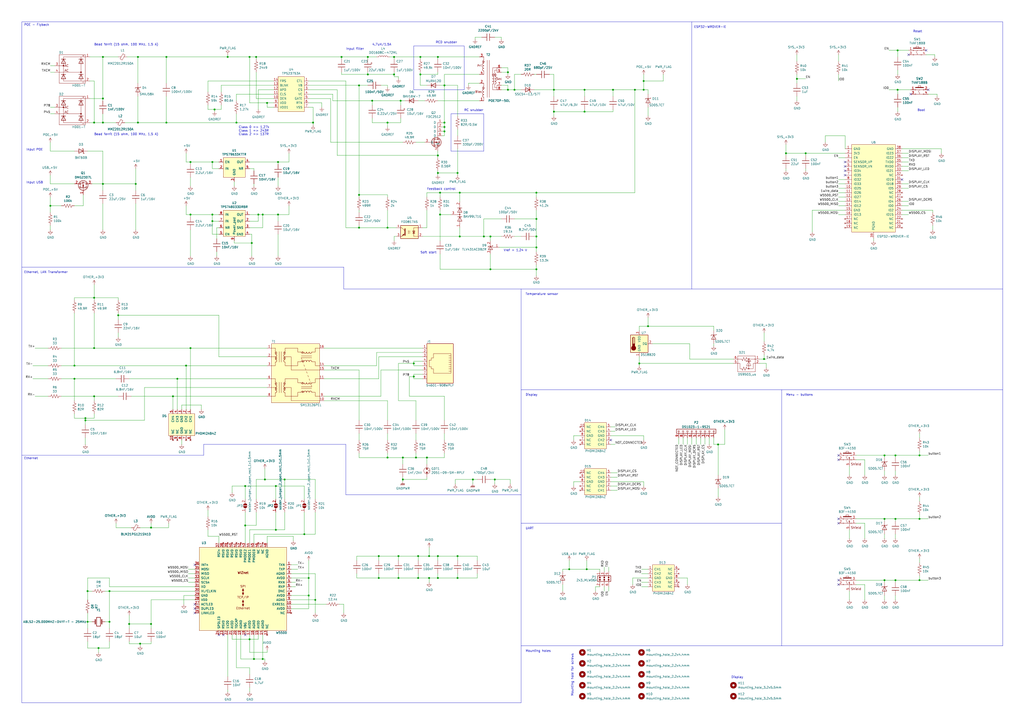
<source format=kicad_sch>
(kicad_sch (version 20230121) (generator eeschema)
  (paper "A2")
  (title_block (title "Wall mounted room temperature sensor - Ethernet") (date "2021-03-28") (rev "v1.0") (company "Roman Labovsky (roman-labovsky.cz)"))
  (junction (at 311.15 156.21))
  (junction (at 213.36 33.02))
  (junction (at 107.95 212.09))
  (junction (at 243.84 43.18))
  (junction (at 265.43 335.28))
  (junction (at 63.5 360.68))
  (junction (at 274.32 278.13))
  (junction (at 294.64 41.91))
  (junction (at 339.09 64.77))
  (junction (at 321.31 52.07))
  (junction (at 224.79 265.43))
  (junction (at 132.08 33.02))
  (junction (at 242.57 322.58))
  (junction (at 96.52 71.12))
  (junction (at 255.27 124.46))
  (junction (at 373.38 46.99))
  (junction (at 520.7 29.21))
  (junction (at 224.79 132.08))
  (junction (at 57.15 375.92))
  (junction (at 181.61 71.12))
  (junction (at 149.86 124.46))
  (junction (at 266.7 137.16))
  (junction (at 49.53 242.57))
  (junction (at 219.71 335.28))
  (junction (at 370.84 210.82))
  (junction (at 280.67 137.16))
  (junction (at 355.6 52.07))
  (junction (at 254 322.58))
  (junction (at 254 33.02))
  (junction (at 110.49 201.93))
  (junction (at 462.28 45.72))
  (junction (at 100.33 229.87))
  (junction (at 142.24 304.8))
  (junction (at 233.68 278.13))
  (junction (at 59.69 57.15))
  (junction (at 284.48 156.21))
  (junction (at 182.88 347.98))
  (junction (at 330.2 330.2))
  (junction (at 161.29 93.98))
  (junction (at 176.53 309.88))
  (junction (at 519.43 264.16))
  (junction (at 43.18 219.71))
  (junction (at 533.4 300.99))
  (junction (at 228.6 43.18))
  (junction (at 265.43 322.58))
  (junction (at 240.03 210.82))
  (junction (at 265.43 100.33))
  (junction (at 224.79 71.12))
  (junction (at 467.36 88.9))
  (junction (at 80.01 33.02))
  (junction (at 81.28 373.38))
  (junction (at 416.56 257.81))
  (junction (at 208.28 113.03))
  (junction (at 340.36 330.2))
  (junction (at 533.4 264.16))
  (junction (at 54.61 71.12))
  (junction (at 123.19 93.98))
  (junction (at 153.67 278.13))
  (junction (at 254 90.17))
  (junction (at 160.02 281.94))
  (junction (at 219.71 322.58))
  (junction (at 74.93 361.95))
  (junction (at 339.09 52.07))
  (junction (at 160.02 307.34))
  (junction (at 443.23 208.28))
  (junction (at 96.52 33.02))
  (junction (at 152.4 124.46))
  (junction (at 257.81 76.2))
  (junction (at 144.78 33.02))
  (junction (at 533.4 336.55))
  (junction (at 368.3 52.07))
  (junction (at 102.87 219.71))
  (junction (at 208.28 132.08))
  (junction (at 311.15 127))
  (junction (at 242.57 335.28))
  (junction (at 311.15 111.76))
  (junction (at 80.01 71.12))
  (junction (at 137.16 71.12))
  (junction (at 311.15 137.16))
  (junction (at 240.03 218.44))
  (junction (at 87.63 361.95))
  (junction (at 110.49 124.46))
  (junction (at 59.69 33.02))
  (junction (at 287.02 278.13))
  (junction (at 49.53 243.84))
  (junction (at 146.05 140.97))
  (junction (at 513.08 264.16))
  (junction (at 215.9 58.42))
  (junction (at 321.31 64.77))
  (junction (at 213.36 43.18))
  (junction (at 59.69 106.68))
  (junction (at 257.81 73.66))
  (junction (at 144.78 370.84))
  (junction (at 455.93 88.9))
  (junction (at 243.84 33.02))
  (junction (at 233.68 265.43))
  (junction (at 29.21 119.38))
  (junction (at 208.28 49.53))
  (junction (at 142.24 281.94))
  (junction (at 54.61 229.87))
  (junction (at 54.61 201.93))
  (junction (at 123.19 128.27))
  (junction (at 231.14 335.28))
  (junction (at 298.45 52.07))
  (junction (at 254 100.33))
  (junction (at 375.92 189.23))
  (junction (at 228.6 33.02))
  (junction (at 165.1 278.13))
  (junction (at 152.4 382.27))
  (junction (at 257.81 71.12))
  (junction (at 54.61 172.72))
  (junction (at 50.8 360.68))
  (junction (at 373.38 52.07))
  (junction (at 59.69 71.12))
  (junction (at 148.59 33.02))
  (junction (at 124.46 63.5))
  (junction (at 179.07 345.44))
  (junction (at 78.74 106.68))
  (junction (at 257.81 49.53))
  (junction (at 294.64 52.07))
  (junction (at 110.49 93.98))
  (junction (at 50.8 342.9))
  (junction (at 198.12 33.02))
  (junction (at 519.43 336.55))
  (junction (at 147.32 382.27))
  (junction (at 87.63 306.07))
  (junction (at 43.18 212.09))
  (junction (at 179.07 335.28))
  (junction (at 68.58 182.88))
  (junction (at 254 335.28))
  (junction (at 513.08 336.55))
  (junction (at 63.5 342.9))
  (junction (at 513.08 300.99))
  (junction (at 241.3 265.43))
  (junction (at 248.92 322.58))
  (junction (at 248.92 335.28))
  (junction (at 154.94 59.69))
  (junction (at 247.65 265.43))
  (junction (at 123.19 124.46))
  (junction (at 255.27 111.76))
  (junction (at 266.7 111.76))
  (junction (at 519.43 300.99))
  (junction (at 284.48 137.16))
  (junction (at 311.15 143.51))
  (junction (at 161.29 124.46))
  (junction (at 520.7 52.07))
  (junction (at 231.14 322.58))
  (junction (at 232.41 58.42))
  (no_connect (at 486.41 264.16))
  (no_connect (at 486.41 303.53))
  (no_connect (at 486.41 300.99))
  (no_connect (at 528.32 54.61))
  (no_connect (at 142.24 368.3))
  (no_connect (at 486.41 339.09))
  (no_connect (at 490.22 101.6))
  (no_connect (at 490.22 96.52))
  (no_connect (at 113.03 350.52))
  (no_connect (at 129.54 368.3))
  (no_connect (at 354.33 255.27))
  (no_connect (at 490.22 93.98))
  (no_connect (at 527.05 31.75))
  (no_connect (at 490.22 99.06))
  (no_connect (at 523.24 104.14))
  (no_connect (at 127 368.3))
  (no_connect (at 113.03 327.66))
  (no_connect (at 537.21 29.21))
  (no_connect (at 486.41 266.7))
  (no_connect (at 486.41 336.55))
  (no_connect (at 538.48 52.07))
  (no_connect (at 113.03 353.06))
  (no_connect (at 113.03 355.6))
  (wire (pts (xy 73.66 33.02) (xy 80.01 33.02)))
  (wire (pts (xy 353.06 331.47) (xy 353.06 328.93)))
  (wire (pts (xy 278.13 43.18) (xy 257.81 43.18)))
  (wire (pts (xy 462.28 35.56) (xy 462.28 31.75)))
  (wire (pts (xy 219.71 219.71) (xy 219.71 207.01)))
  (wire (pts (xy 247.65 132.08) (xy 247.65 121.92)))
  (wire (pts (xy 113.03 345.44) (xy 106.68 345.44)))
  (wire (pts (xy 50.8 364.49) (xy 50.8 360.68)))
  (wire (pts (xy 54.61 172.72) (xy 54.61 173.99)))
  (wire (pts (xy 231.14 332.74) (xy 231.14 335.28)))
  (wire (pts (xy 241.3 265.43) (xy 241.3 262.89)))
  (wire (pts (xy 537.21 31.75) (xy 542.29 31.75)))
  (wire (pts (xy 49.53 243.84) (xy 49.53 242.57)))
  (wire (pts (xy 43.18 172.72) (xy 54.61 172.72)))
  (wire (pts (xy 242.57 335.28) (xy 242.57 332.74)))
  (wire (pts (xy 541.02 121.92) (xy 541.02 123.19)))
  (wire (pts (xy 490.22 104.14) (xy 486.41 104.14)))
  (wire (pts (xy 74.93 219.71) (xy 102.87 219.71)))
  (wire (pts (xy 125.73 138.43) (xy 125.73 132.08)))
  (wire (pts (xy 492.76 312.42) (xy 492.76 307.34)))
  (wire (pts (xy 116.84 234.95) (xy 116.84 237.49)))
  (wire (pts (xy 257.81 49.53) (xy 265.43 49.53)))
  (wire (pts (xy 384.81 46.99) (xy 384.81 43.18)))
  (wire (pts (xy 132.08 392.43) (xy 132.08 368.3)))
  (wire (pts (xy 152.4 132.08) (xy 152.4 124.46)))
  (wire (pts (xy 519.43 347.98) (xy 519.43 345.44)))
  (wire (pts (xy 350.52 331.47) (xy 350.52 328.93)))
  (wire (pts (xy 81.28 373.38) (xy 87.63 373.38)))
  (wire (pts (xy 298.45 127) (xy 311.15 127)))
  (wire (pts (xy 113.03 337.82) (xy 109.22 337.82)))
  (wire (pts (xy 29.21 133.35) (xy 29.21 130.81)))
  (wire (pts (xy 373.38 279.4) (xy 373.38 281.94)))
  (wire (pts (xy 161.29 148.59) (xy 161.29 135.89)))
  (wire (pts (xy 207.01 325.12) (xy 207.01 322.58)))
  (wire (pts (xy 105.41 237.49) (xy 105.41 234.95)))
  (wire (pts (xy 513.08 347.98) (xy 513.08 345.44)))
  (wire (pts (xy 519.43 275.59) (xy 519.43 273.05)))
  (wire (pts (xy 144.78 128.27) (xy 149.86 128.27)))
  (wire (pts (xy 243.84 41.91) (xy 243.84 43.18)))
  (wire (pts (xy 240.03 218.44) (xy 240.03 219.71)))
  (wire (pts (xy 266.7 111.76) (xy 266.7 116.84)))
  (wire (pts (xy 339.09 52.07) (xy 339.09 55.88)))
  (wire (pts (xy 373.38 46.99) (xy 384.81 46.99)))
  (wire (pts (xy 128.27 49.53) (xy 158.75 49.53)))
  (wire (pts (xy 411.48 254) (xy 411.48 257.81)))
  (wire (pts (xy 63.5 335.28) (xy 50.8 335.28)))
  (wire (pts (xy 43.18 212.09) (xy 107.95 212.09)))
  (wire (pts (xy 134.62 368.3) (xy 134.62 370.84)))
  (wire (pts (xy 182.88 332.74) (xy 182.88 347.98)))
  (wire (pts (xy 246.38 82.55) (xy 241.3 82.55)))
  (wire (pts (xy 467.36 90.17) (xy 467.36 88.9)))
  (wire (pts (xy 198.12 41.91) (xy 198.12 43.18)))
  (wire (pts (xy 240.03 217.17) (xy 240.03 218.44)))
  (wire (pts (xy 80.01 33.02) (xy 96.52 33.02)))
  (wire (pts (xy 59.69 33.02) (xy 59.69 57.15)))
  (wire (pts (xy 168.91 335.28) (xy 179.07 335.28)))
  (wire (pts (xy 231.14 322.58) (xy 242.57 322.58)))
  (wire (pts (xy 248.92 335.28) (xy 254 335.28)))
  (polyline (pts (xy 280.67 66.04) (xy 261.62 66.04)))
  (wire (pts (xy 213.36 43.18) (xy 213.36 41.91)))
  (wire (pts (xy 347.98 340.36) (xy 345.44 340.36)))
  (wire (pts (xy 264.16 278.13) (xy 274.32 278.13)))
  (wire (pts (xy 506.73 139.7) (xy 506.73 138.43)))
  (polyline (pts (xy 12.7 12.7) (xy 12.7 407.67)))
  (wire (pts (xy 53.34 106.68) (xy 59.69 106.68)))
  (wire (pts (xy 311.15 111.76) (xy 311.15 114.3)))
  (wire (pts (xy 54.61 201.93) (xy 110.49 201.93)))
  (wire (pts (xy 54.61 181.61) (xy 54.61 201.93)))
  (wire (pts (xy 179.07 46.99) (xy 200.66 46.99)))
  (wire (pts (xy 59.69 66.04) (xy 59.69 71.12)))
  (polyline (pts (xy 200.66 287.02) (xy 302.26 287.02)))
  (wire (pts (xy 471.17 121.92) (xy 471.17 134.62)))
  (wire (pts (xy 176.53 281.94) (xy 176.53 289.56)))
  (wire (pts (xy 67.31 303.53) (xy 67.31 306.07)))
  (wire (pts (xy 120.65 46.99) (xy 120.65 53.34)))
  (wire (pts (xy 107.95 119.38) (xy 107.95 124.46)))
  (wire (pts (xy 243.84 43.18) (xy 243.84 49.53)))
  (wire (pts (xy 398.78 335.28) (xy 398.78 339.09)))
  (wire (pts (xy 87.63 347.98) (xy 87.63 361.95)))
  (wire (pts (xy 198.12 43.18) (xy 213.36 43.18)))
  (wire (pts (xy 168.91 345.44) (xy 179.07 345.44)))
  (wire (pts (xy 321.31 52.07) (xy 321.31 43.18)))
  (wire (pts (xy 187.96 219.71) (xy 219.71 219.71)))
  (wire (pts (xy 154.94 62.23) (xy 154.94 59.69)))
  (wire (pts (xy 137.16 66.04) (xy 137.16 71.12)))
  (wire (pts (xy 29.21 119.38) (xy 29.21 123.19)))
  (wire (pts (xy 396.24 254) (xy 396.24 257.81)))
  (wire (pts (xy 240.03 219.71) (xy 245.11 219.71)))
  (wire (pts (xy 543.56 54.61) (xy 543.56 55.88)))
  (wire (pts (xy 154.94 212.09) (xy 107.95 212.09)))
  (wire (pts (xy 120.65 307.34) (xy 120.65 311.15)))
  (wire (pts (xy 355.6 52.07) (xy 355.6 55.88)))
  (wire (pts (xy 153.67 382.27) (xy 153.67 383.54)))
  (wire (pts (xy 139.7 382.27) (xy 147.32 382.27)))
  (wire (pts (xy 533.4 336.55) (xy 533.4 334.01)))
  (wire (pts (xy 523.24 91.44) (xy 527.05 91.44)))
  (wire (pts (xy 208.28 262.89) (xy 208.28 265.43)))
  (wire (pts (xy 208.28 243.84) (xy 208.28 214.63)))
  (wire (pts (xy 533.4 264.16) (xy 538.48 264.16)))
  (wire (pts (xy 398.78 254) (xy 398.78 257.81)))
  (wire (pts (xy 520.7 29.21) (xy 520.7 33.02)))
  (wire (pts (xy 128.27 49.53) (xy 128.27 53.34)))
  (wire (pts (xy 257.81 43.18) (xy 257.81 49.53)))
  (wire (pts (xy 354.33 247.65) (xy 356.87 247.65)))
  (wire (pts (xy 57.15 378.46) (xy 57.15 375.92)))
  (wire (pts (xy 254 43.18) (xy 243.84 43.18)))
  (wire (pts (xy 257.81 229.87) (xy 257.81 243.84)))
  (wire (pts (xy 290.83 41.91) (xy 294.64 41.91)))
  (wire (pts (xy 165.1 307.34) (xy 160.02 307.34)))
  (wire (pts (xy 96.52 55.88) (xy 96.52 71.12)))
  (wire (pts (xy 110.49 124.46) (xy 110.49 125.73)))
  (wire (pts (xy 195.58 90.17) (xy 195.58 52.07)))
  (wire (pts (xy 354.33 252.73) (xy 373.38 252.73)))
  (wire (pts (xy 74.93 372.11) (xy 74.93 373.38)))
  (wire (pts (xy 147.32 97.79) (xy 147.32 99.06)))
  (wire (pts (xy 248.92 322.58) (xy 254 322.58)))
  (wire (pts (xy 213.36 33.02) (xy 198.12 33.02)))
  (wire (pts (xy 490.22 91.44) (xy 486.41 91.44)))
  (wire (pts (xy 182.88 297.18) (xy 182.88 309.88)))
  (wire (pts (xy 519.43 300.99) (xy 533.4 300.99)))
  (wire (pts (xy 80.01 48.26) (xy 80.01 33.02)))
  (wire (pts (xy 321.31 67.31) (xy 321.31 64.77)))
  (wire (pts (xy 513.08 265.43) (xy 513.08 264.16)))
  (wire (pts (xy 257.81 265.43) (xy 257.81 262.89)))
  (wire (pts (xy 147.32 314.96) (xy 147.32 309.88)))
  (wire (pts (xy 533.4 254) (xy 533.4 251.46)))
  (wire (pts (xy 490.22 114.3) (xy 486.41 114.3)))
  (wire (pts (xy 144.78 307.34) (xy 144.78 314.96)))
  (wire (pts (xy 123.19 97.79) (xy 123.19 93.98)))
  (wire (pts (xy 265.43 100.33) (xy 265.43 101.6)))
  (wire (pts (xy 59.69 87.63) (xy 50.8 87.63)))
  (wire (pts (xy 311.15 160.02) (xy 311.15 156.21)))
  (wire (pts (xy 455.93 99.06) (xy 455.93 97.79)))
  (wire (pts (xy 257.81 76.2) (xy 257.81 73.66)))
  (wire (pts (xy 215.9 71.12) (xy 224.79 71.12)))
  (wire (pts (xy 311.15 127) (xy 311.15 137.16)))
  (wire (pts (xy 257.81 73.66) (xy 257.81 71.12)))
  (wire (pts (xy 233.68 279.4) (xy 233.68 278.13)))
  (wire (pts (xy 59.69 110.49) (xy 59.69 106.68)))
  (wire (pts (xy 63.5 340.36) (xy 63.5 335.28)))
  (wire (pts (xy 43.18 232.41) (xy 43.18 219.71)))
  (wire (pts (xy 443.23 205.74) (xy 443.23 208.28)))
  (wire (pts (xy 241.3 251.46) (xy 241.3 255.27)))
  (wire (pts (xy 48.26 113.03) (xy 48.26 119.38)))
  (wire (pts (xy 27.94 229.87) (xy 20.32 229.87)))
  (wire (pts (xy 294.64 39.37) (xy 294.64 41.91)))
  (wire (pts (xy 287.02 278.13) (xy 295.91 278.13)))
  (wire (pts (xy 443.23 208.28) (xy 444.5 208.28)))
  (wire (pts (xy 355.6 52.07) (xy 368.3 52.07)))
  (wire (pts (xy 158.75 62.23) (xy 154.94 62.23)))
  (wire (pts (xy 233.68 265.43) (xy 241.3 265.43)))
  (wire (pts (xy 311.15 156.21) (xy 284.48 156.21)))
  (wire (pts (xy 276.86 278.13) (xy 274.32 278.13)))
  (wire (pts (xy 113.03 347.98) (xy 87.63 347.98)))
  (wire (pts (xy 152.4 382.27) (xy 153.67 382.27)))
  (wire (pts (xy 218.44 33.02) (xy 213.36 33.02)))
  (wire (pts (xy 220.98 229.87) (xy 187.96 229.87)))
  (polyline (pts (xy 12.7 12.7) (xy 581.66 12.7)))
  (wire (pts (xy 254 33.02) (xy 278.13 33.02)))
  (wire (pts (xy 125.73 132.08) (xy 127 132.08)))
  (wire (pts (xy 247.65 276.86) (xy 247.65 278.13)))
  (wire (pts (xy 298.45 43.18) (xy 298.45 52.07)))
  (wire (pts (xy 149.86 52.07) (xy 149.86 63.5)))
  (polyline (pts (xy 240.03 26.67) (xy 240.03 52.07)))
  (wire (pts (xy 345.44 340.36) (xy 345.44 342.9)))
  (wire (pts (xy 247.65 114.3) (xy 247.65 111.76)))
  (wire (pts (xy 160.02 281.94) (xy 176.53 281.94)))
  (wire (pts (xy 265.43 335.28) (xy 276.86 335.28)))
  (wire (pts (xy 523.24 93.98) (xy 527.05 93.98)))
  (wire (pts (xy 148.59 289.56) (xy 148.59 278.13)))
  (wire (pts (xy 326.39 339.09) (xy 326.39 342.9)))
  (wire (pts (xy 520.7 43.18) (xy 520.7 40.64)))
  (wire (pts (xy 265.43 322.58) (xy 276.86 322.58)))
  (wire (pts (xy 31.75 38.1) (xy 29.21 38.1)))
  (polyline (pts (xy 261.62 66.04) (xy 261.62 87.63)))
  (wire (pts (xy 224.79 113.03) (xy 224.79 114.3)))
  (wire (pts (xy 290.83 21.59) (xy 290.83 22.86)))
  (wire (pts (xy 148.59 33.02) (xy 148.59 34.29)))
  (wire (pts (xy 232.41 60.96) (xy 232.41 58.42)))
  (wire (pts (xy 231.14 335.28) (xy 219.71 335.28)))
  (wire (pts (xy 105.41 234.95) (xy 116.84 234.95)))
  (wire (pts (xy 255.27 111.76) (xy 255.27 114.3)))
  (wire (pts (xy 257.81 71.12) (xy 256.54 71.12)))
  (wire (pts (xy 137.16 368.3) (xy 137.16 387.35)))
  (wire (pts (xy 478.79 78.74) (xy 490.22 78.74)))
  (wire (pts (xy 215.9 58.42) (xy 232.41 58.42)))
  (wire (pts (xy 179.07 335.28) (xy 179.07 345.44)))
  (wire (pts (xy 354.33 257.81) (xy 356.87 257.81)))
  (wire (pts (xy 486.41 31.75) (xy 486.41 35.56)))
  (wire (pts (xy 339.09 52.07) (xy 355.6 52.07)))
  (wire (pts (xy 254 100.33) (xy 265.43 100.33)))
  (wire (pts (xy 401.32 254) (xy 401.32 257.81)))
  (wire (pts (xy 375.92 189.23) (xy 414.02 189.23)))
  (wire (pts (xy 231.14 335.28) (xy 242.57 335.28)))
  (wire (pts (xy 414.02 200.66) (xy 414.02 199.39)))
  (wire (pts (xy 542.29 31.75) (xy 542.29 33.02)))
  (wire (pts (xy 182.88 355.6) (xy 182.88 347.98)))
  (wire (pts (xy 247.65 111.76) (xy 255.27 111.76)))
  (wire (pts (xy 179.07 59.69) (xy 186.69 59.69)))
  (wire (pts (xy 224.79 71.12) (xy 232.41 71.12)))
  (wire (pts (xy 520.7 52.07) (xy 515.62 52.07)))
  (polyline (pts (xy 269.24 26.67) (xy 240.03 26.67)))
  (wire (pts (xy 490.22 119.38) (xy 486.41 119.38)))
  (wire (pts (xy 168.91 353.06) (xy 179.07 353.06)))
  (wire (pts (xy 332.74 252.73) (xy 332.74 255.27)))
  (wire (pts (xy 367.03 335.28) (xy 367.03 339.09)))
  (wire (pts (xy 375.92 335.28) (xy 367.03 335.28)))
  (wire (pts (xy 255.27 121.92) (xy 255.27 124.46)))
  (wire (pts (xy 147.32 382.27) (xy 147.32 368.3)))
  (wire (pts (xy 147.32 382.27) (xy 152.4 382.27)))
  (wire (pts (xy 443.23 198.12) (xy 443.23 193.04)))
  (wire (pts (xy 152.4 382.27) (xy 152.4 368.3)))
  (wire (pts (xy 513.08 336.55) (xy 519.43 336.55)))
  (wire (pts (xy 134.62 370.84) (xy 144.78 370.84)))
  (wire (pts (xy 354.33 279.4) (xy 373.38 279.4)))
  (wire (pts (xy 106.68 345.44) (xy 106.68 350.52)))
  (wire (pts (xy 279.4 21.59) (xy 275.59 21.59)))
  (wire (pts (xy 278.13 48.26) (xy 271.78 48.26)))
  (wire (pts (xy 255.27 147.32) (xy 255.27 156.21)))
  (wire (pts (xy 375.92 340.36) (xy 372.11 340.36)))
  (wire (pts (xy 254 322.58) (xy 254 325.12)))
  (wire (pts (xy 161.29 93.98) (xy 167.64 93.98)))
  (wire (pts (xy 54.61 71.12) (xy 59.69 71.12)))
  (wire (pts (xy 255.27 111.76) (xy 266.7 111.76)))
  (wire (pts (xy 496.57 266.7) (xy 501.65 266.7)))
  (wire (pts (xy 59.69 106.68) (xy 59.69 87.63)))
  (wire (pts (xy 462.28 58.42) (xy 462.28 55.88)))
  (wire (pts (xy 127 311.15) (xy 127 314.96)))
  (wire (pts (xy 144.78 370.84) (xy 144.78 368.3)))
  (wire (pts (xy 354.33 276.86) (xy 358.14 276.86)))
  (polyline (pts (xy 453.39 303.53) (xy 302.26 303.53)))
  (wire (pts (xy 144.78 33.02) (xy 148.59 33.02)))
  (wire (pts (xy 228.6 34.29) (xy 228.6 33.02)))
  (wire (pts (xy 290.83 39.37) (xy 294.64 39.37)))
  (wire (pts (xy 496.57 336.55) (xy 513.08 336.55)))
  (wire (pts (xy 43.18 106.68) (xy 29.21 106.68)))
  (wire (pts (xy 255.27 124.46) (xy 255.27 139.7)))
  (wire (pts (xy 191.77 57.15) (xy 179.07 57.15)))
  (wire (pts (xy 148.59 33.02) (xy 198.12 33.02)))
  (wire (pts (xy 87.63 361.95) (xy 87.63 364.49)))
  (wire (pts (xy 179.07 62.23) (xy 181.61 62.23)))
  (wire (pts (xy 373.38 252.73) (xy 373.38 255.27)))
  (wire (pts (xy 146.05 140.97) (xy 146.05 135.89)))
  (wire (pts (xy 49.53 257.81) (xy 49.53 254)))
  (wire (pts (xy 193.04 58.42) (xy 215.9 58.42)))
  (wire (pts (xy 220.98 49.53) (xy 224.79 49.53)))
  (wire (pts (xy 276.86 335.28) (xy 276.86 332.74)))
  (wire (pts (xy 63.5 342.9) (xy 63.5 360.68)))
  (wire (pts (xy 125.73 148.59) (xy 125.73 146.05)))
  (wire (pts (xy 462.28 48.26) (xy 462.28 45.72)))
  (wire (pts (xy 43.18 212.09) (xy 35.56 212.09)))
  (wire (pts (xy 229.87 132.08) (xy 224.79 132.08)))
  (wire (pts (xy 340.36 325.12) (xy 340.36 330.2)))
  (wire (pts (xy 490.22 106.68) (xy 486.41 106.68)))
  (wire (pts (xy 72.39 71.12) (xy 80.01 71.12)))
  (wire (pts (xy 52.07 57.15) (xy 59.69 57.15)))
  (wire (pts (xy 43.18 173.99) (xy 43.18 172.72)))
  (wire (pts (xy 96.52 33.02) (xy 132.08 33.02)))
  (wire (pts (xy 160.02 281.94) (xy 160.02 289.56)))
  (wire (pts (xy 80.01 55.88) (xy 80.01 71.12)))
  (wire (pts (xy 336.55 279.4) (xy 332.74 279.4)))
  (wire (pts (xy 123.19 124.46) (xy 110.49 124.46)))
  (wire (pts (xy 132.08 31.75) (xy 132.08 33.02)))
  (wire (pts (xy 245.11 217.17) (xy 240.03 217.17)))
  (wire (pts (xy 538.48 54.61) (xy 543.56 54.61)))
  (wire (pts (xy 182.88 278.13) (xy 182.88 289.56)))
  (wire (pts (xy 237.49 218.44) (xy 237.49 229.87)))
  (wire (pts (xy 490.22 116.84) (xy 486.41 116.84)))
  (wire (pts (xy 513.08 264.16) (xy 519.43 264.16)))
  (wire (pts (xy 242.57 58.42) (xy 246.38 58.42)))
  (wire (pts (xy 154.94 378.46) (xy 154.94 377.19)))
  (wire (pts (xy 326.39 331.47) (xy 326.39 330.2)))
  (wire (pts (xy 160.02 297.18) (xy 160.02 307.34)))
  (wire (pts (xy 57.15 375.92) (xy 63.5 375.92)))
  (wire (pts (xy 462.28 45.72) (xy 462.28 43.18)))
  (wire (pts (xy 224.79 265.43) (xy 224.79 262.89)))
  (wire (pts (xy 148.59 304.8) (xy 148.59 297.18)))
  (wire (pts (xy 120.65 311.15) (xy 127 311.15)))
  (polyline (pts (xy 199.39 167.64) (xy 581.66 167.64)))
  (wire (pts (xy 127 182.88) (xy 127 207.01)))
  (wire (pts (xy 416.56 275.59) (xy 416.56 257.81)))
  (wire (pts (xy 142.24 304.8) (xy 142.24 314.96)))
  (wire (pts (xy 135.89 139.7) (xy 135.89 140.97)))
  (wire (pts (xy 43.18 119.38) (xy 48.26 119.38)))
  (polyline (pts (xy 581.66 12.7) (xy 581.66 374.65)))
  (wire (pts (xy 231.14 322.58) (xy 231.14 325.12)))
  (wire (pts (xy 231.14 210.82) (xy 240.03 210.82)))
  (wire (pts (xy 154.94 59.69) (xy 158.75 59.69)))
  (wire (pts (xy 275.59 21.59) (xy 275.59 22.86)))
  (wire (pts (xy 59.69 57.15) (xy 59.69 58.42)))
  (wire (pts (xy 176.53 309.88) (xy 176.53 297.18)))
  (wire (pts (xy 83.82 224.79) (xy 83.82 243.84)))
  (wire (pts (xy 332.74 279.4) (xy 332.74 281.94)))
  (wire (pts (xy 149.86 128.27) (xy 149.86 124.46)))
  (wire (pts (xy 254 34.29) (xy 254 33.02)))
  (wire (pts (xy 501.65 266.7) (xy 501.65 275.59)))
  (wire (pts (xy 354.33 250.19) (xy 356.87 250.19)))
  (wire (pts (xy 78.74 106.68) (xy 78.74 110.49)))
  (wire (pts (xy 228.6 33.02) (xy 243.84 33.02)))
  (wire (pts (xy 247.65 269.24) (xy 247.65 265.43)))
  (wire (pts (xy 120.65 60.96) (xy 120.65 63.5)))
  (wire (pts (xy 245.11 209.55) (xy 240.03 209.55)))
  (polyline (pts (xy 453.39 374.65) (xy 581.66 374.65)))
  (polyline (pts (xy 199.39 154.94) (xy 199.39 167.64)))
  (wire (pts (xy 78.74 133.35) (xy 78.74 118.11)))
  (wire (pts (xy 43.18 219.71) (xy 67.31 219.71)))
  (wire (pts (xy 486.41 43.18) (xy 486.41 46.99)))
  (wire (pts (xy 224.79 49.53) (xy 224.79 50.8)))
  (wire (pts (xy 280.67 137.16) (xy 284.48 137.16)))
  (wire (pts (xy 199.39 350.52) (xy 199.39 355.6)))
  (wire (pts (xy 224.79 251.46) (xy 224.79 255.27)))
  (wire (pts (xy 490.22 78.74) (xy 490.22 86.36)))
  (wire (pts (xy 219.71 335.28) (xy 207.01 335.28)))
  (wire (pts (xy 127 93.98) (xy 123.19 93.98)))
  (wire (pts (xy 245.11 132.08) (xy 247.65 132.08)))
  (wire (pts (xy 54.61 201.93) (xy 35.56 201.93)))
  (wire (pts (xy 455.93 88.9) (xy 455.93 83.82)))
  (wire (pts (xy 519.43 264.16) (xy 533.4 264.16)))
  (wire (pts (xy 393.7 254) (xy 393.7 257.81)))
  (wire (pts (xy 321.31 64.77) (xy 321.31 63.5)))
  (wire (pts (xy 321.31 43.18) (xy 318.77 43.18)))
  (wire (pts (xy 403.86 254) (xy 403.86 257.81)))
  (polyline (pts (xy 199.39 154.94) (xy 12.7 154.94)))
  (wire (pts (xy 120.65 63.5) (xy 124.46 63.5)))
  (wire (pts (xy 528.32 52.07) (xy 520.7 52.07)))
  (wire (pts (xy 218.44 204.47) (xy 245.11 204.47)))
  (wire (pts (xy 311.15 143.51) (xy 311.15 146.05)))
  (wire (pts (xy 191.77 82.55) (xy 191.77 57.15)))
  (wire (pts (xy 233.68 269.24) (xy 233.68 265.43)))
  (wire (pts (xy 179.07 49.53) (xy 208.28 49.53)))
  (wire (pts (xy 232.41 58.42) (xy 234.95 58.42)))
  (wire (pts (xy 513.08 312.42) (xy 513.08 309.88)))
  (wire (pts (xy 241.3 232.41) (xy 241.3 243.84)))
  (wire (pts (xy 149.86 124.46) (xy 152.4 124.46)))
  (wire (pts (xy 233.68 82.55) (xy 191.77 82.55)))
  (wire (pts (xy 271.78 48.26) (xy 271.78 49.53)))
  (wire (pts (xy 519.43 300.99) (xy 519.43 302.26)))
  (wire (pts (xy 255.27 124.46) (xy 261.62 124.46)))
  (wire (pts (xy 123.19 135.89) (xy 123.19 128.27)))
  (wire (pts (xy 237.49 229.87) (xy 257.81 229.87)))
  (wire (pts (xy 523.24 99.06) (xy 527.05 99.06)))
  (wire (pts (xy 254 335.28) (xy 265.43 335.28)))
  (wire (pts (xy 373.38 52.07) (xy 373.38 46.99)))
  (wire (pts (xy 440.69 210.82) (xy 444.5 210.82)))
  (wire (pts (xy 179.07 325.12) (xy 179.07 335.28)))
  (wire (pts (xy 208.28 113.03) (xy 224.79 113.03)))
  (wire (pts (xy 215.9 60.96) (xy 215.9 58.42)))
  (wire (pts (xy 467.36 99.06) (xy 467.36 97.79)))
  (wire (pts (xy 120.65 299.72) (xy 120.65 295.91)))
  (wire (pts (xy 298.45 137.16) (xy 302.26 137.16)))
  (wire (pts (xy 455.93 90.17) (xy 455.93 88.9)))
  (wire (pts (xy 311.15 111.76) (xy 368.3 111.76)))
  (wire (pts (xy 123.19 128.27) (xy 123.19 124.46)))
  (wire (pts (xy 408.94 254) (xy 408.94 257.81)))
  (wire (pts (xy 87.63 373.38) (xy 87.63 372.11)))
  (wire (pts (xy 113.03 342.9) (xy 63.5 342.9)))
  (wire (pts (xy 168.91 330.2) (xy 172.72 330.2)))
  (wire (pts (xy 158.75 54.61) (xy 137.16 54.61)))
  (wire (pts (xy 102.87 219.71) (xy 102.87 237.49)))
  (wire (pts (xy 257.81 73.66) (xy 256.54 73.66)))
  (polyline (pts (xy 118.11 264.16) (xy 118.11 257.81)))
  (wire (pts (xy 533.4 326.39) (xy 533.4 323.85)))
  (wire (pts (xy 241.3 265.43) (xy 247.65 265.43)))
  (wire (pts (xy 68.58 193.04) (xy 68.58 195.58)))
  (wire (pts (xy 294.64 49.53) (xy 294.64 52.07)))
  (wire (pts (xy 254 41.91) (xy 254 43.18)))
  (wire (pts (xy 336.55 252.73) (xy 332.74 252.73)))
  (wire (pts (xy 100.33 229.87) (xy 100.33 237.49)))
  (wire (pts (xy 147.32 309.88) (xy 176.53 309.88)))
  (wire (pts (xy 195.58 52.07) (xy 179.07 52.07)))
  (wire (pts (xy 127 135.89) (xy 123.19 135.89)))
  (wire (pts (xy 416.56 283.21) (xy 416.56 288.29)))
  (wire (pts (xy 231.14 44.45) (xy 231.14 45.72)))
  (wire (pts (xy 50.8 375.92) (xy 57.15 375.92)))
  (wire (pts (xy 142.24 297.18) (xy 142.24 304.8)))
  (wire (pts (xy 519.43 264.16) (xy 519.43 265.43)))
  (wire (pts (xy 219.71 207.01) (xy 245.11 207.01)))
  (wire (pts (xy 326.39 330.2) (xy 330.2 330.2)))
  (wire (pts (xy 228.6 44.45) (xy 231.14 44.45)))
  (wire (pts (xy 339.09 64.77) (xy 339.09 63.5)))
  (wire (pts (xy 330.2 325.12) (xy 330.2 330.2)))
  (wire (pts (xy 254 90.17) (xy 195.58 90.17)))
  (wire (pts (xy 187.96 214.63) (xy 208.28 214.63)))
  (wire (pts (xy 63.5 375.92) (xy 63.5 372.11)))
  (wire (pts (xy 181.61 62.23) (xy 181.61 71.12)))
  (wire (pts (xy 154.94 59.69) (xy 144.78 59.69)))
  (wire (pts (xy 81.28 373.38) (xy 81.28 374.65)))
  (polyline (pts (xy 261.62 87.63) (xy 280.67 87.63)))
  (wire (pts (xy 523.24 124.46) (xy 527.05 124.46)))
  (polyline (pts (xy 302.26 167.64) (xy 302.26 407.67)))
  (polyline (pts (xy 280.67 87.63) (xy 280.67 66.04)))
  (wire (pts (xy 170.18 311.15) (xy 170.18 313.69)))
  (wire (pts (xy 54.61 242.57) (xy 54.61 240.03)))
  (wire (pts (xy 49.53 242.57) (xy 54.61 242.57)))
  (wire (pts (xy 167.64 88.9) (xy 167.64 93.98)))
  (wire (pts (xy 81.28 306.07) (xy 87.63 306.07)))
  (wire (pts (xy 127 207.01) (xy 154.94 207.01)))
  (wire (pts (xy 107.95 212.09) (xy 107.95 237.49)))
  (wire (pts (xy 193.04 58.42) (xy 193.04 54.61)))
  (wire (pts (xy 78.74 106.68) (xy 78.74 97.79)))
  (wire (pts (xy 501.65 303.53) (xy 501.65 312.42)))
  (wire (pts (xy 370.84 210.82) (xy 370.84 212.09)))
  (wire (pts (xy 440.69 208.28) (xy 443.23 208.28)))
  (wire (pts (xy 153.67 278.13) (xy 153.67 271.78)))
  (wire (pts (xy 254 322.58) (xy 265.43 322.58)))
  (wire (pts (xy 148.59 57.15) (xy 148.59 41.91)))
  (wire (pts (xy 215.9 68.58) (xy 215.9 71.12)))
  (wire (pts (xy 231.14 210.82) (xy 231.14 232.41)))
  (wire (pts (xy 231.14 232.41) (xy 241.3 232.41)))
  (wire (pts (xy 289.56 143.51) (xy 311.15 143.51)))
  (polyline (pts (xy 453.39 226.06) (xy 453.39 374.65)))
  (wire (pts (xy 198.12 33.02) (xy 198.12 34.29)))
  (wire (pts (xy 257.81 78.74) (xy 257.81 76.2)))
  (wire (pts (xy 127 97.79) (xy 123.19 97.79)))
  (wire (pts (xy 132.08 401.32) (xy 132.08 400.05)))
  (wire (pts (xy 276.86 322.58) (xy 276.86 325.12)))
  (wire (pts (xy 52.07 33.02) (xy 59.69 33.02)))
  (wire (pts (xy 59.69 71.12) (xy 67.31 71.12)))
  (wire (pts (xy 68.58 182.88) (xy 127 182.88)))
  (wire (pts (xy 49.53 246.38) (xy 49.53 243.84)))
  (wire (pts (xy 309.88 52.07) (xy 321.31 52.07)))
  (wire (pts (xy 208.28 132.08) (xy 208.28 130.81)))
  (wire (pts (xy 35.56 119.38) (xy 29.21 119.38)))
  (wire (pts (xy 519.43 312.42) (xy 519.43 309.88)))
  (wire (pts (xy 165.1 297.18) (xy 165.1 307.34)))
  (wire (pts (xy 339.09 64.77) (xy 321.31 64.77)))
  (wire (pts (xy 105.41 257.81) (xy 105.41 255.27)))
  (wire (pts (xy 414.02 254) (xy 414.02 257.81)))
  (wire (pts (xy 370.84 210.82) (xy 425.45 210.82)))
  (wire (pts (xy 29.21 119.38) (xy 29.21 114.3)))
  (wire (pts (xy 144.78 370.84) (xy 149.86 370.84)))
  (wire (pts (xy 242.57 322.58) (xy 242.57 325.12)))
  (wire (pts (xy 208.28 49.53) (xy 208.28 113.03)))
  (wire (pts (xy 59.69 33.02) (xy 68.58 33.02)))
  (wire (pts (xy 257.81 49.53) (xy 257.81 71.12)))
  (wire (pts (xy 63.5 360.68) (xy 60.96 360.68)))
  (polyline (pts (xy 118.11 257.81) (xy 200.66 257.81)))
  (wire (pts (xy 146.05 148.59) (xy 146.05 140.97)))
  (wire (pts (xy 228.6 33.02) (xy 226.06 33.02)))
  (wire (pts (xy 96.52 71.12) (xy 137.16 71.12)))
  (wire (pts (xy 290.83 49.53) (xy 294.64 49.53)))
  (wire (pts (xy 208.28 265.43) (xy 224.79 265.43)))
  (wire (pts (xy 110.49 148.59) (xy 110.49 133.35)))
  (wire (pts (xy 142.24 281.94) (xy 160.02 281.94)))
  (wire (pts (xy 375.92 62.23) (xy 375.92 67.31)))
  (wire (pts (xy 224.79 73.66) (xy 224.79 71.12)))
  (wire (pts (xy 311.15 137.16) (xy 309.88 137.16)))
  (wire (pts (xy 161.29 124.46) (xy 161.29 128.27)))
  (wire (pts (xy 144.78 97.79) (xy 147.32 97.79)))
  (wire (pts (xy 144.78 132.08) (xy 152.4 132.08)))
  (wire (pts (xy 375.92 184.15) (xy 375.92 189.23)))
  (wire (pts (xy 168.91 327.66) (xy 172.72 327.66)))
  (wire (pts (xy 294.64 52.07) (xy 298.45 52.07)))
  (wire (pts (xy 83.82 224.79) (xy 154.94 224.79)))
  (wire (pts (xy 533.4 290.83) (xy 533.4 288.29)))
  (wire (pts (xy 513.08 337.82) (xy 513.08 336.55)))
  (wire (pts (xy 393.7 335.28) (xy 398.78 335.28)))
  (wire (pts (xy 243.84 34.29) (xy 243.84 33.02)))
  (wire (pts (xy 287.02 21.59) (xy 290.83 21.59)))
  (wire (pts (xy 248.92 317.5) (xy 248.92 322.58)))
  (wire (pts (xy 523.24 119.38) (xy 527.05 119.38)))
  (wire (pts (xy 462.28 45.72) (xy 467.36 45.72)))
  (wire (pts (xy 110.49 93.98) (xy 110.49 95.25)))
  (wire (pts (xy 513.08 302.26) (xy 513.08 300.99)))
  (wire (pts (xy 54.61 165.1) (xy 54.61 172.72)))
  (wire (pts (xy 144.78 135.89) (xy 146.05 135.89)))
  (wire (pts (xy 127 128.27) (xy 123.19 128.27)))
  (wire (pts (xy 60.96 342.9) (xy 63.5 342.9)))
  (wire (pts (xy 496.57 303.53) (xy 501.65 303.53)))
  (wire (pts (xy 274.32 278.13) (xy 274.32 280.67)))
  (wire (pts (xy 513.08 273.05) (xy 513.08 275.59)))
  (wire (pts (xy 134.62 281.94) (xy 134.62 285.75)))
  (wire (pts (xy 265.43 78.74) (xy 265.43 74.93)))
  (wire (pts (xy 139.7 368.3) (xy 139.7 382.27)))
  (wire (pts (xy 52.07 46.99) (xy 54.61 46.99)))
  (wire (pts (xy 284.48 278.13) (xy 287.02 278.13)))
  (wire (pts (xy 294.64 41.91) (xy 294.64 43.18)))
  (wire (pts (xy 496.57 300.99) (xy 513.08 300.99)))
  (wire (pts (xy 124.46 64.77) (xy 124.46 63.5)))
  (wire (pts (xy 127 124.46) (xy 123.19 124.46)))
  (wire (pts (xy 247.65 265.43) (xy 257.81 265.43)))
  (wire (pts (xy 265.43 335.28) (xy 265.43 332.74)))
  (wire (pts (xy 523.24 86.36) (xy 546.1 86.36)))
  (wire (pts (xy 128.27 63.5) (xy 128.27 60.96)))
  (wire (pts (xy 107.95 93.98) (xy 107.95 88.9)))
  (wire (pts (xy 354.33 274.32) (xy 358.14 274.32)))
  (wire (pts (xy 124.46 63.5) (xy 128.27 63.5)))
  (polyline (pts (xy 401.32 12.7) (xy 401.32 167.64)))
  (wire (pts (xy 242.57 335.28) (xy 248.92 335.28)))
  (wire (pts (xy 340.36 330.2) (xy 347.98 330.2)))
  (wire (pts (xy 167.64 119.38) (xy 167.64 124.46)))
  (wire (pts (xy 287.02 278.13) (xy 287.02 280.67)))
  (wire (pts (xy 31.75 66.04) (xy 29.21 66.04)))
  (wire (pts (xy 43.18 212.09) (xy 43.18 181.61)))
  (wire (pts (xy 63.5 360.68) (xy 63.5 364.49)))
  (wire (pts (xy 144.78 398.78) (xy 144.78 401.32)))
  (wire (pts (xy 213.36 43.18) (xy 228.6 43.18)))
  (wire (pts (xy 110.49 201.93) (xy 110.49 237.49)))
  (wire (pts (xy 67.31 306.07) (xy 76.2 306.07)))
  (wire (pts (xy 110.49 93.98) (xy 107.95 93.98)))
  (wire (pts (xy 444.5 210.82) (xy 444.5 213.36)))
  (wire (pts (xy 321.31 55.88) (xy 321.31 52.07)))
  (wire (pts (xy 208.28 123.19) (xy 208.28 121.92)))
  (wire (pts (xy 110.49 124.46) (xy 107.95 124.46)))
  (wire (pts (xy 266.7 111.76) (xy 311.15 111.76)))
  (wire (pts (xy 354.33 284.48) (xy 358.14 284.48)))
  (wire (pts (xy 149.86 370.84) (xy 149.86 368.3)))
  (wire (pts (xy 311.15 43.18) (xy 309.88 43.18)))
  (wire (pts (xy 110.49 107.95) (xy 110.49 102.87)))
  (wire (pts (xy 350.52 340.36) (xy 350.52 342.9)))
  (wire (pts (xy 68.58 182.88) (xy 68.58 185.42)))
  (polyline (pts (xy 12.7 407.67) (xy 302.26 407.67)))
  (wire (pts (xy 232.41 71.12) (xy 232.41 68.58)))
  (wire (pts (xy 519.43 336.55) (xy 533.4 336.55)))
  (wire (pts (xy 43.18 87.63) (xy 29.21 87.63)))
  (wire (pts (xy 168.91 337.82) (xy 171.45 337.82)))
  (wire (pts (xy 29.21 106.68) (xy 29.21 101.6)))
  (wire (pts (xy 74.93 361.95) (xy 87.63 361.95)))
  (wire (pts (xy 321.31 52.07) (xy 339.09 52.07)))
  (polyline (pts (xy 302.26 226.06) (xy 581.66 226.06)))
  (wire (pts (xy 224.79 232.41) (xy 224.79 243.84)))
  (wire (pts (xy 492.76 347.98) (xy 492.76 342.9)))
  (wire (pts (xy 144.78 59.69) (xy 144.78 33.02)))
  (wire (pts (xy 478.79 82.55) (xy 478.79 78.74)))
  (wire (pts (xy 113.03 340.36) (xy 63.5 340.36)))
  (wire (pts (xy 240.03 212.09) (xy 245.11 212.09)))
  (wire (pts (xy 375.92 337.82) (xy 372.11 337.82)))
  (wire (pts (xy 243.84 49.53) (xy 247.65 49.53)))
  (wire (pts (xy 533.4 336.55) (xy 538.48 336.55)))
  (wire (pts (xy 135.89 140.97) (xy 146.05 140.97)))
  (wire (pts (xy 154.94 314.96) (xy 154.94 311.15)))
  (wire (pts (xy 208.28 114.3) (xy 208.28 113.03)))
  (wire (pts (xy 240.03 209.55) (xy 240.03 210.82)))
  (wire (pts (xy 355.6 64.77) (xy 339.09 64.77)))
  (wire (pts (xy 68.58 181.61) (xy 68.58 182.88)))
  (wire (pts (xy 490.22 124.46) (xy 486.41 124.46)))
  (wire (pts (xy 182.88 309.88) (xy 176.53 309.88)))
  (wire (pts (xy 154.94 219.71) (xy 102.87 219.71)))
  (wire (pts (xy 265.43 49.53) (xy 265.43 67.31)))
  (wire (pts (xy 355.6 63.5) (xy 355.6 64.77)))
  (wire (pts (xy 137.16 387.35) (xy 144.78 387.35)))
  (wire (pts (xy 144.78 378.46) (xy 154.94 378.46)))
  (wire (pts (xy 400.05 199.39) (xy 400.05 208.28)))
  (wire (pts (xy 181.61 71.12) (xy 181.61 72.39)))
  (wire (pts (xy 219.71 332.74) (xy 219.71 335.28)))
  (wire (pts (xy 200.66 46.99) (xy 200.66 132.08)))
  (wire (pts (xy 257.81 76.2) (xy 256.54 76.2)))
  (wire (pts (xy 280.67 127) (xy 280.67 137.16)))
  (wire (pts (xy 523.24 96.52) (xy 527.05 96.52)))
  (wire (pts (xy 148.59 278.13) (xy 153.67 278.13)))
  (wire (pts (xy 520.7 29.21) (xy 515.62 29.21)))
  (wire (pts (xy 154.94 201.93) (xy 110.49 201.93)))
  (wire (pts (xy 254 100.33) (xy 254 99.06)))
  (wire (pts (xy 96.52 48.26) (xy 96.52 33.02)))
  (wire (pts (xy 187.96 212.09) (xy 218.44 212.09)))
  (wire (pts (xy 54.61 172.72) (xy 68.58 172.72)))
  (wire (pts (xy 541.02 130.81) (xy 541.02 133.35)))
  (wire (pts (xy 373.38 46.99) (xy 373.38 43.18)))
  (wire (pts (xy 492.76 275.59) (xy 492.76 270.51)))
  (wire (pts (xy 265.43 100.33) (xy 265.43 86.36)))
  (wire (pts (xy 144.78 124.46) (xy 149.86 124.46)))
  (wire (pts (xy 87.63 306.07) (xy 97.79 306.07)))
  (wire (pts (xy 165.1 278.13) (xy 182.88 278.13)))
  (wire (pts (xy 213.36 33.02) (xy 213.36 34.29)))
  (wire (pts (xy 50.8 372.11) (xy 50.8 375.92)))
  (wire (pts (xy 414.02 257.81) (xy 416.56 257.81)))
  (wire (pts (xy 50.8 342.9) (xy 50.8 347.98)))
  (wire (pts (xy 165.1 278.13) (xy 165.1 289.56)))
  (wire (pts (xy 254 101.6) (xy 254 100.33)))
  (wire (pts (xy 266.7 137.16) (xy 280.67 137.16)))
  (wire (pts (xy 219.71 322.58) (xy 231.14 322.58)))
  (wire (pts (xy 330.2 330.2) (xy 340.36 330.2)))
  (wire (pts (xy 149.86 52.07) (xy 158.75 52.07)))
  (wire (pts (xy 467.36 88.9) (xy 490.22 88.9)))
  (wire (pts (xy 29.21 62.23) (xy 31.75 62.23)))
  (wire (pts (xy 53.34 342.9) (xy 50.8 342.9)))
  (wire (pts (xy 54.61 229.87) (xy 68.58 229.87)))
  (wire (pts (xy 207.01 335.28) (xy 207.01 332.74)))
  (wire (pts (xy 80.01 71.12) (xy 96.52 71.12)))
  (wire (pts (xy 87.63 306.07) (xy 87.63 303.53)))
  (wire (pts (xy 523.24 121.92) (xy 541.02 121.92)))
  (wire (pts (xy 228.6 43.18) (xy 228.6 41.91)))
  (wire (pts (xy 113.03 335.28) (xy 109.22 335.28)))
  (wire (pts (xy 196.85 350.52) (xy 199.39 350.52)))
  (wire (pts (xy 533.4 300.99) (xy 533.4 298.45)))
  (wire (pts (xy 59.69 133.35) (xy 59.69 118.11)))
  (wire (pts (xy 224.79 265.43) (xy 233.68 265.43)))
  (wire (pts (xy 161.29 93.98) (xy 161.29 95.25)))
  (wire (pts (xy 414.02 189.23) (xy 414.02 191.77)))
  (wire (pts (xy 242.57 322.58) (xy 248.92 322.58)))
  (polyline (pts (xy 12.7 264.16) (xy 118.11 264.16)))
  (wire (pts (xy 137.16 54.61) (xy 137.16 58.42)))
  (wire (pts (xy 240.03 218.44) (xy 237.49 218.44)))
  (wire (pts (xy 50.8 360.68) (xy 53.34 360.68)))
  (wire (pts (xy 400.05 208.28) (xy 425.45 208.28)))
  (wire (pts (xy 152.4 124.46) (xy 161.29 124.46)))
  (wire (pts (xy 220.98 229.87) (xy 220.98 214.63)))
  (wire (pts (xy 113.03 330.2) (xy 109.22 330.2)))
  (wire (pts (xy 142.24 289.56) (xy 142.24 281.94)))
  (wire (pts (xy 496.57 339.09) (xy 501.65 339.09)))
  (wire (pts (xy 68.58 172.72) (xy 68.58 173.99)))
  (wire (pts (xy 74.93 373.38) (xy 81.28 373.38)))
  (wire (pts (xy 135.89 105.41) (xy 135.89 107.95)))
  (wire (pts (xy 137.16 71.12) (xy 181.61 71.12)))
  (wire (pts (xy 347.98 330.2) (xy 347.98 331.47)))
  (wire (pts (xy 254 90.17) (xy 254 87.63)))
  (wire (pts (xy 168.91 332.74) (xy 182.88 332.74)))
  (wire (pts (xy 523.24 88.9) (xy 527.05 88.9)))
  (wire (pts (xy 496.57 264.16) (xy 513.08 264.16)))
  (wire (pts (xy 179.07 345.44) (xy 179.07 353.06)))
  (wire (pts (xy 132.08 33.02) (xy 144.78 33.02)))
  (wire (pts (xy 519.43 336.55) (xy 519.43 337.82)))
  (wire (pts (xy 302.26 43.18) (xy 298.45 43.18)))
  (polyline (pts (xy 269.24 52.07) (xy 269.24 26.67)))
  (wire (pts (xy 290.83 127) (xy 280.67 127)))
  (wire (pts (xy 144.78 370.84) (xy 144.78 378.46)))
  (wire (pts (xy 520.7 54.61) (xy 520.7 52.07)))
  (wire (pts (xy 533.4 264.16) (xy 533.4 261.62)))
  (wire (pts (xy 219.71 325.12) (xy 219.71 322.58)))
  (wire (pts (xy 19.05 212.09) (xy 27.94 212.09)))
  (wire (pts (xy 158.75 57.15) (xy 148.59 57.15)))
  (wire (pts (xy 123.19 93.98) (xy 110.49 93.98)))
  (wire (pts (xy 168.91 340.36) (xy 171.45 340.36)))
  (wire (pts (xy 187.96 232.41) (xy 224.79 232.41)))
  (wire (pts (xy 256.54 78.74) (xy 257.81 78.74)))
  (wire (pts (xy 120.65 46.99) (xy 158.75 46.99)))
  (polyline (pts (xy 240.03 52.07) (xy 269.24 52.07)))
  (wire (pts (xy 54.61 232.41) (xy 54.61 229.87)))
  (wire (pts (xy 142.24 304.8) (xy 148.59 304.8)))
  (wire (pts (xy 490.22 109.22) (xy 486.41 109.22)))
  (wire (pts (xy 247.65 278.13) (xy 233.68 278.13)))
  (wire (pts (xy 546.1 86.36) (xy 546.1 88.9)))
  (wire (pts (xy 354.33 281.94) (xy 358.14 281.94)))
  (wire (pts (xy 290.83 52.07) (xy 294.64 52.07)))
  (wire (pts (xy 218.44 212.09) (xy 218.44 204.47)))
  (wire (pts (xy 144.78 93.98) (xy 161.29 93.98)))
  (wire (pts (xy 207.01 322.58) (xy 219.71 322.58)))
  (wire (pts (xy 370.84 191.77) (xy 370.84 189.23)))
  (wire (pts (xy 311.15 127) (xy 311.15 121.92)))
  (wire (pts (xy 193.04 54.61) (xy 179.07 54.61)))
  (wire (pts (xy 523.24 109.22) (xy 527.05 109.22)))
  (wire (pts (xy 375.92 332.74) (xy 372.11 332.74)))
  (wire (pts (xy 264.16 280.67) (xy 264.16 278.13)))
  (wire (pts (xy 240.03 210.82) (xy 240.03 212.09)))
  (wire (pts (xy 245.11 137.16) (xy 266.7 137.16)))
  (wire (pts (xy 248.92 337.82) (xy 248.92 335.28)))
  (wire (pts (xy 59.69 106.68) (xy 78.74 106.68)))
  (wire (pts (xy 406.4 254) (xy 406.4 257.81)))
  (wire (pts (xy 290.83 137.16) (xy 284.48 137.16)))
  (wire (pts (xy 257.81 251.46) (xy 257.81 255.27)))
  (wire (pts (xy 54.61 46.99) (xy 54.61 71.12)))
  (wire (pts (xy 228.6 43.18) (xy 228.6 44.45)))
  (wire (pts (xy 266.7 132.08) (xy 266.7 137.16)))
  (wire (pts (xy 490.22 121.92) (xy 471.17 121.92)))
  (wire (pts (xy 200.66 132.08) (xy 208.28 132.08)))
  (wire (pts (xy 523.24 116.84) (xy 527.05 116.84)))
  (wire (pts (xy 254 58.42) (xy 278.13 58.42)))
  (wire (pts (xy 113.03 332.74) (xy 109.22 332.74)))
  (wire (pts (xy 257.81 49.53) (xy 255.27 49.53)))
  (wire (pts (xy 298.45 52.07) (xy 302.26 52.07)))
  (wire (pts (xy 35.56 229.87) (xy 54.61 229.87)))
  (wire (pts (xy 228.6 137.16) (xy 228.6 139.7)))
  (wire (pts (xy 31.75 41.91) (xy 29.21 41.91)))
  (wire (pts (xy 187.96 201.93) (xy 245.11 201.93)))
  (wire (pts (xy 501.65 339.09) (xy 501.65 347.98)))
  (wire (pts (xy 284.48 137.16) (xy 284.48 139.7)))
  (wire (pts (xy 52.07 71.12) (xy 54.61 71.12)))
  (wire (pts (xy 50.8 355.6) (xy 50.8 360.68)))
  (wire (pts (xy 229.87 137.16) (xy 228.6 137.16)))
  (polyline (pts (xy 200.66 257.81) (xy 200.66 287.02)))
  (wire (pts (xy 76.2 229.87) (xy 100.33 229.87)))
  (wire (pts (xy 147.32 107.95) (xy 147.32 106.68)))
  (wire (pts (xy 533.4 300.99) (xy 538.48 300.99)))
  (wire (pts (xy 284.48 147.32) (xy 284.48 156.21)))
  (polyline (pts (xy 453.39 374.65) (xy 302.26 374.65)))
  (wire (pts (xy 97.79 306.07) (xy 97.79 303.53)))
  (wire (pts (xy 20.32 201.93) (xy 27.94 201.93)))
  (wire (pts (xy 220.98 214.63) (xy 245.11 214.63)))
  (wire (pts (xy 490.22 111.76) (xy 486.41 111.76)))
  (wire (pts (xy 142.24 281.94) (xy 134.62 281.94)))
  (wire (pts (xy 182.88 347.98) (xy 168.91 347.98)))
  (wire (pts (xy 527.05 29.21) (xy 520.7 29.21)))
  (wire (pts (xy 416.56 257.81) (xy 420.37 257.81)))
  (wire (pts (xy 295.91 278.13) (xy 295.91 280.67)))
  (wire (pts (xy 19.05 219.71) (xy 27.94 219.71)))
  (wire (pts (xy 233.68 278.13) (xy 233.68 276.86)))
  (wire (pts (xy 43.18 242.57) (xy 49.53 242.57)))
  (wire (pts (xy 144.78 387.35) (xy 144.78 391.16)))
  (wire (pts (xy 43.18 240.03) (xy 43.18 242.57)))
  (wire (pts (xy 153.67 278.13) (xy 165.1 278.13)))
  (wire (pts (xy 311.15 143.51) (xy 311.15 137.16)))
  (wire (pts (xy 224.79 132.08) (xy 224.79 121.92)))
  (wire (pts (xy 375.92 54.61) (xy 375.92 52.07)))
  (wire (pts (xy 254 335.28) (xy 254 332.74)))
  (wire (pts (xy 74.93 361.95) (xy 74.93 356.87)))
  (wire (pts (xy 35.56 219.71) (xy 43.18 219.71)))
  (wire (pts (xy 254 91.44) (xy 254 90.17)))
  (wire (pts (xy 160.02 307.34) (xy 144.78 307.34)))
  (wire (pts (xy 29.21 87.63) (xy 29.21 82.55)))
  (wire (pts (xy 161.29 124.46) (xy 167.64 124.46)))
  (wire (pts (xy 378.46 199.39) (xy 400.05 199.39)))
  (wire (pts (xy 50.8 335.28) (xy 50.8 342.9)))
  (wire (pts (xy 370.84 189.23) (xy 375.92 189.23)))
  (wire (pts (xy 213.36 49.53) (xy 208.28 49.53)))
  (wire (pts (xy 154.94 311.15) (xy 170.18 311.15)))
  (wire (pts (xy 83.82 243.84) (xy 49.53 243.84)))
  (wire (pts (xy 208.28 132.08) (xy 224.79 132.08)))
  (wire (pts (xy 368.3 52.07) (xy 373.38 52.07)))
  (wire (pts (xy 168.91 350.52) (xy 189.23 350.52)))
  (wire (pts (xy 353.06 340.36) (xy 353.06 342.9)))
  (wire (pts (xy 154.94 229.87) (xy 100.33 229.87)))
  (wire (pts (xy 311.15 153.67) (xy 311.15 156.21)))
  (wire (pts (xy 520.7 64.77) (xy 520.7 62.23)))
  (wire (pts (xy 186.69 59.69) (xy 186.69 62.23)))
  (wire (pts (xy 265.43 322.58) (xy 265.43 325.12)))
  (wire (pts (xy 420.37 257.81) (xy 420.37 248.92)))
  (wire (pts (xy 208.28 255.27) (xy 208.28 251.46)))
  (wire (pts (xy 375.92 330.2) (xy 372.11 330.2)))
  (wire (pts (xy 523.24 106.68) (xy 527.05 106.68)))
  (wire (pts (xy 255.27 156.21) (xy 284.48 156.21)))
  (wire (pts (xy 74.93 364.49) (xy 74.93 361.95)))
  (wire (pts (xy 370.84 207.01) (xy 370.84 210.82)))
  (wire (pts (xy 513.08 300.99) (xy 519.43 300.99)))
  (wire (pts (xy 373.38 52.07) (xy 375.92 52.07)))
  (wire (pts (xy 161.29 107.95) (xy 161.29 102.87)))
  (wire (pts (xy 368.3 111.76) (xy 368.3 52.07)))
  (wire (pts (xy 243.84 33.02) (xy 254 33.02)))
  (wire (pts (xy 455.93 88.9) (xy 467.36 88.9)))
  (text "Class 0 => 1,27k\nClass 1 => 243R\nClass 2 => 137R" (at 138.43 78.74 0) (effects (font (size 1.27 1.27)) (justify left bottom)))
  (text "Bead ferrit (15 ohm, 100 MHz, 1,5 A)" (at 54.61 78.74 0) (effects (font (size 1.27 1.27)) (justify left bottom)))
  (text "POE - Flyback" (at 13.97 15.24 0) (effects (font (size 1.27 1.27)) (justify left bottom)))
  (text "4.7uH/1.5A" (at 215.9 26.67 0) (effects (font (size 1.27 1.27)) (justify left bottom)))
  (text "Feedback control" (at 247.65 110.49 0) (effects (font (size 1.27 1.27)) (justify left bottom)))
  (text "Display" (at 424.18 393.7 0) (effects (font (size 1.27 1.27)) (justify left bottom)))
  (text "RC snubber" (at 269.24 64.77 0) (effects (font (size 1.27 1.27)) (justify left bottom)))
  (text "Soft start" (at 243.84 147.32 0) (effects (font (size 1.27 1.27)) (justify left bottom)))
  (text "Menu - buttons" (at 455.93 229.87 0) (effects (font (size 1.27 1.27)) (justify left bottom)))
  (text "Mounting holes" (at 304.8 378.46 0) (effects (font (size 1.27 1.27)) (justify left bottom)))
  (text "UART" (at 304.8 307.34 0) (effects (font (size 1.27 1.27)) (justify left bottom)))
  (text "Mounting hole for screws" (at 332.74 403.86 90) (effects (font (size 1.27 1.27)) (justify left bottom)))
  (text "ESP32-WROVER-IE" (at 402.59 16.51 0) (effects (font (size 1.27 1.27)) (justify left bottom)))
  (text "Boot" (at 532.13 64.77 0) (effects (font (size 1.27 1.27)) (justify left bottom)))
  (text "Ethernet, LAN Transformer" (at 13.97 158.75 0) (effects (font (size 1.27 1.27)) (justify left bottom)))
  (text "Bead ferrit (15 ohm, 100 MHz, 1,5 A)" (at 54.61 26.67 0) (effects (font (size 1.27 1.27)) (justify left bottom)))
  (text "Vref = 1,24 V" (at 292.1 146.05 0) (effects (font (size 1.27 1.27)) (justify left bottom)))
  (text "RCD snubber" (at 252.73 25.4 0) (effects (font (size 1.27 1.27)) (justify left bottom)))
  (text "Input POE" (at 15.24 87.63 0) (effects (font (size 1.27 1.27)) (justify left bottom)))
  (text "Temperature sensor" (at 304.8 171.45 0) (effects (font (size 1.27 1.27)) (justify left bottom)))
  (text "Reset" (at 529.59 19.05 0) (effects (font (size 1.27 1.27)) (justify left bottom)))
  (text "Display" (at 304.8 229.87 0) (effects (font (size 1.27 1.27)) (justify left bottom)))
  (text "Ethernet" (at 13.97 266.7 0) (effects (font (size 1.27 1.27)) (justify left bottom)))
  (text "Input USB" (at 15.24 106.68 0) (effects (font (size 1.27 1.27)) (justify left bottom)))
  (text "Input filter" (at 200.66 29.21 0) (effects (font (size 1.27 1.27)) (justify left bottom)))
  (label "W5500_RST" (at 127 311.15 0))
  (label "DISPLAY_DCRS" (at 358.14 281.94 0))
  (label "DISPLAY_RST" (at 406.4 257.81 270))
  (label "P45" (at 29.21 66.04 180))
  (label "RX-" (at 20.32 229.87 180))
  (label "button3" (at 486.41 109.22 180))
  (label "W5500_MOSI" (at 109.22 330.2 180))
  (label "DISPLAY_CLK" (at 398.78 257.81 270))
  (label "EN" (at 372.11 337.82 180))
  (label "RX+" (at 19.05 219.71 180))
  (label "TX+" (at 172.72 330.2 0))
  (label "TX-" (at 172.72 327.66 0))
  (label "IO0" (at 372.11 340.36 180))
  (label "W5500_MOSI" (at 486.41 124.46 180))
  (label "IO0" (at 350.52 342.9 270))
  (label "W5500_MISO" (at 486.41 119.38 180))
  (label "DISPLAY_CS" (at 527.05 109.22 0))
  (label "DISPLAY_CLK" (at 356.87 247.65 0))
  (label "RXD" (at 527.05 96.52 0))
  (label "button2" (at 486.41 106.68 180))
  (label "W5500_CS" (at 109.22 337.82 180))
  (label "TXCM" (at 29.21 41.91 180))
  (label "EN" (at 515.62 29.21 180))
  (label "RXCM" (at 191.77 232.41 0))
  (label "W5500_RST" (at 486.41 114.3 180))
  (label "IO0" (at 527.05 119.38 0))
  (label "TXCM" (at 191.77 214.63 0))
  (label "EN" (at 486.41 91.44 180))
  (label "DISPLAY_LED" (at 527.05 99.06 0))
  (label "RXCM" (at 29.21 38.1 180))
  (label "button3" (at 538.48 336.55 0))
  (label "DISPLAY_DCRS" (at 527.05 116.84 0))
  (label "RXD" (at 350.52 328.93 90))
  (label "NOT_CONNECTED" (at 393.7 257.81 270))
  (label "EN" (at 467.36 45.72 0))
  (label "NOT_CONNECTED" (at 356.87 257.81 0))
  (label "P78" (at 237.49 218.44 180))
  (label "P45" (at 237.49 210.82 180))
  (label "RX-" (at 171.45 337.82 0))
  (label "TXD" (at 372.11 330.2 180))
  (label "W5500_MISO" (at 109.22 332.74 180))
  (label "button1" (at 486.41 104.14 180))
  (label "DISPLAY_LED" (at 356.87 250.19 0))
  (label "DISPLAY_CS" (at 358.14 274.32 0))
  (label "DISPLAY_CS" (at 408.94 257.81 270))
  (label "W5500_CS" (at 527.05 124.46 0))
  (label "RXD" (at 372.11 332.74 180))
  (label "DISPLAY_RST" (at 527.05 91.44 0))
  (label "button1" (at 538.48 264.16 0))
  (label "IO0" (at 515.62 52.07 180))
  (label "DISPLAY_CLK" (at 527.05 106.68 0))
  (label "TX+" (at 20.32 201.93 180))
  (label "DISPLAY_DCRS" (at 403.86 257.81 270))
  (label "DISPLAY_MOSI" (at 358.14 284.48 0))
  (label "button2" (at 538.48 300.99 0))
  (label "TX-" (at 19.05 212.09 180))
  (label "W5500_CLK" (at 486.41 116.84 180))
  (label "1wire_data" (at 486.41 111.76 180))
  (label "DISPLAY_RST" (at 358.14 276.86 0))
  (label "TXD" (at 527.05 93.98 0))
  (label "TXD" (at 353.06 328.93 90))
  (label "EN" (at 353.06 342.9 270))
  (label "DISPLAY_MOSI" (at 527.05 88.9 0))
  (label "RX+" (at 171.45 340.36 0))
  (label "P78" (at 29.21 62.23 180))
  (label "DISPLAY_MOSI" (at 401.32 257.81 270))
  (label "1wire_data" (at 444.5 208.28 0))
  (label "W5500_CLK" (at 109.22 335.28 180))
  (label "DISPLAY_LED" (at 396.24 257.81 270))
  (label "IO0" (at 486.41 46.99 0))
  (symbol (lib_id "poe_interface_isolated_converter_rl:TPS23753A") (at 168.91 57.15 0) (mirror y) (unit 1)
    (property "Reference" "U4" (at 168.91 40.259 0))
    (property "Value" "TPS23753A" (at 168.91 42.5704 0))
    (property "Footprint" "package_tssop_rl:tssop_14" (effects hide))
    (property "Datasheet" "https://www.ti.com/lit/gpn/tps23753a" (effects hide))
  )
  (symbol (lib_id "bridge_rectifier_smd_rl:HD01-T") (at 41.91 39.37 0) (unit 1)
    (property "Reference" "D1" (at 35.56 30.48 0))
    (property "Value" "HD01-T" (at 45.72 49.53 0))
    (property "Footprint" "package_dip_rl:mini_dip" (effects hide))
    (property "Datasheet" "https://www.diodes.com/assets/Datasheets/products_inactive_data/ds17003.pdf" (effects hide))
  )
  (symbol (lib_id "bridge_rectifier_smd_rl:HD01-T") (at 41.91 63.5 0) (unit 1)
    (property "Reference" "D2" (at 35.56 54.61 0))
    (property "Value" "HD01-T" (at 45.72 73.66 0))
    (property "Footprint" "package_dip_rl:mini_dip" (effects hide))
    (property "Datasheet" "https://www.diodes.com/assets/Datasheets/products_inactive_data/ds17003.pdf" (effects hide))
  )
  (symbol (lib_id "resistor_smd_rl:r_0805_us") (at 148.59 38.1 270) (unit 1)
    (property "Reference" "R18" (at 150.3172 36.9316 90) (effects (justify left)))
    (property "Value" "24k9" (at 150.3172 39.243 90) (effects (justify left)))
    (property "Footprint" "resistor_smd_rl:r_0805" (effects hide))
  )
  (symbol (lib_id "resistor_smd_rl:r_0805_us") (at 137.16 62.23 270) (unit 1)
    (property "Reference" "R17" (at 138.8872 61.0616 90) (effects (justify left)))
    (property "Value" "1,27k" (at 138.8872 63.373 90) (effects (justify left)))
    (property "Footprint" "resistor_smd_rl:r_0805" (effects hide))
  )
  (symbol (lib_id "capacitor_smd_rl:c_0805") (at 59.69 62.23 270) (unit 1)
    (property "Reference" "C1" (at 62.484 61.0616 90) (effects (justify left)))
    (property "Value" "1nF/100V" (at 62.484 63.373 90) (effects (justify left)))
    (property "Footprint" "capacitor_smd_rl:c_0805" (effects hide))
  )
  (symbol (lib_id "transil_diode_smd_rl:SMAJ58A") (at 80.01 52.07 0) (unit 1)
    (property "Reference" "D4" (at 82.3976 50.9016 0) (effects (justify left)))
    (property "Value" "SMAJ58A" (at 85.09 54.61 0))
    (property "Footprint" "diode_smd_rl:do_214ac" (effects hide))
    (property "Datasheet" "https://www.littelfuse.com/media?resourcetype=datasheets&itemid=13c2a823-03b8-4d1f-9ddc-9b44670aed9d&filename=littelfuse-tvs-diode-smaj-datasheet" (effects hide))
  )
  (symbol (lib_id "resistor_smd_rl:r_0805_us") (at 128.27 57.15 270) (unit 1)
    (property "Reference" "R15" (at 129.9972 55.9816 90) (effects (justify left)))
    (property "Value" "80,6k" (at 129.9972 58.293 90) (effects (justify left)))
    (property "Footprint" "resistor_smd_rl:r_0805" (effects hide))
  )
  (symbol (lib_id "resistor_smd_rl:r_0805_us") (at 120.65 57.15 270) (unit 1)
    (property "Reference" "R14" (at 122.3772 55.9816 90) (effects (justify left)))
    (property "Value" "59k" (at 122.3772 58.293 90) (effects (justify left)))
    (property "Footprint" "resistor_smd_rl:r_0805" (effects hide))
  )
  (symbol (lib_id "power:GNDREF") (at 124.46 64.77 0) (unit 1)
    (property "Reference" "#PWR0101" (effects hide))
    (property "Value" "GNDREF" (at 124.587 69.1642 0))
  )
  (symbol (lib_id "power:GNDREF") (at 186.69 62.23 0) (unit 1)
    (property "Reference" "#PWR0102" (effects hide))
    (property "Value" "GNDREF" (at 186.817 66.6242 0))
  )
  (symbol (lib_id "bound_inductor_smd_rl:POE70P-50L") (at 283.21 45.72 0) (unit 1)
    (property "Reference" "T2" (at 283.21 31.75 0))
    (property "Value" "POE70P-50L" (at 289.56 58.42 0))
    (property "Footprint" "transformer_smd_rl:POE70P-50L" (effects hide))
    (property "Datasheet" "https://www.coilcraft.com/getmedia/17806600-c691-4260-960c-34ad5e7a1dd1/poe_ep.pdf" (effects hide))
  )
  (symbol (lib_id "inductor_smd_rl:DO1608C-472ML") (at 222.25 33.02 0) (unit 1)
    (property "Reference" "L4" (at 222.25 28.194 0))
    (property "Value" "DO1608C-472ML" (at 222.25 30.5054 0))
    (property "Footprint" "inductor_smd_rl:DO1608C-472ML" (effects hide))
    (property "Datasheet" "https://www.coilcraft.com/getmedia/4cc14c66-6f6e-44d5-bdfa-285965aec659/do1608c.pdf" (effects hide))
  )
  (symbol (lib_id "capacitor_smd_rl:c_1206") (at 198.12 38.1 270) (unit 1)
    (property "Reference" "C21" (at 199.39 35.56 90) (effects (justify left)))
    (property "Value" "1uF/100V" (at 199.39 40.64 90) (effects (justify left)))
    (property "Footprint" "capacitor_smd_rl:c_1206" (effects hide))
  )
  (symbol (lib_id "capacitor_elec_smd_rl:c_elec_6.3x7.7") (at 213.36 38.1 270) (unit 1)
    (property "Reference" "C23" (at 213.36 35.56 90) (effects (justify right)))
    (property "Value" "22uF/63V" (at 223.52 40.64 90) (effects (justify right)))
    (property "Footprint" "capacitor_elec_smd_rl:c_elec_6.3x7.7" (effects hide))
  )
  (symbol (lib_id "capacitor_smd_rl:c_1206") (at 228.6 38.1 270) (unit 1)
    (property "Reference" "C27" (at 229.87 35.56 90) (effects (justify left)))
    (property "Value" "1uF/100V" (at 229.87 40.64 90) (effects (justify left)))
    (property "Footprint" "capacitor_smd_rl:c_1206" (effects hide))
  )
  (symbol (lib_id "optocoupler_smd_rl:FOD817AS") (at 237.49 134.62 0) (mirror y) (unit 1)
    (property "Reference" "U5" (at 237.49 126.365 0))
    (property "Value" "FOD817AS" (at 237.49 128.6764 0))
    (property "Footprint" "package_dip_smd_rl:dip_4" (effects hide))
    (property "Datasheet" "https://www.onsemi.com/pdf/datasheet/fod814-d.pdf" (effects hide))
  )
  (symbol (lib_id "unipolar_transistor_smd_rl:FDC2512") (at 254 82.55 0) (unit 1)
    (property "Reference" "Q2" (at 251.46 65.405 0))
    (property "Value" "FDC2512" (at 251.46 67.7164 0))
    (property "Footprint" "package_sot_rl:tsot_23_6" (effects hide))
    (property "Datasheet" "https://www.onsemi.com/pdf/datasheet/fdc2512-d.pdf" (effects hide))
  )
  (symbol (lib_id "resistor_smd_rl:r_0805_us") (at 243.84 38.1 270) (unit 1)
    (property "Reference" "R27" (at 245.5672 36.9316 90) (effects (justify left)))
    (property "Value" "49,9k" (at 245.5672 39.243 90) (effects (justify left)))
    (property "Footprint" "resistor_smd_rl:r_0805" (effects hide))
  )
  (symbol (lib_id "capacitor_smd_rl:c_0805") (at 254 38.1 270) (unit 1)
    (property "Reference" "C32" (at 256.794 36.9316 90) (effects (justify left)))
    (property "Value" "10nF/100V" (at 256.794 39.243 90) (effects (justify left)))
    (property "Footprint" "capacitor_smd_rl:c_0805" (effects hide))
  )
  (symbol (lib_id "diode_smd_rl:MURA120") (at 250.19 49.53 90) (unit 1)
    (property "Reference" "D7" (at 251.46 44.45 90))
    (property "Value" "MURA120" (at 251.46 46.99 90))
    (property "Footprint" "diode_smd_rl:sma" (effects hide))
    (property "Datasheet" "https://www.onsemi.com/pdf/datasheet/mura115t3-d.pdf" (effects hide))
  )
  (symbol (lib_id "power:GNDREF") (at 271.78 49.53 0) (unit 1)
    (property "Reference" "#PWR0103" (effects hide))
    (property "Value" "GNDREF" (at 271.907 53.9242 0))
  )
  (symbol (lib_id "resistor_smd_rl:r_0805_us") (at 250.19 58.42 0) (unit 1)
    (property "Reference" "R29" (at 250.19 53.213 0))
    (property "Value" "49,9R" (at 250.19 55.5244 0))
    (property "Footprint" "resistor_smd_rl:r_0805" (effects hide))
  )
  (symbol (lib_id "diode_smd_rl:BAV16W-7") (at 237.49 58.42 90) (unit 1)
    (property "Reference" "D6" (at 238.76 53.34 90))
    (property "Value" "BAV16W-7" (at 238.76 55.88 90))
    (property "Footprint" "package_sod_rl:sod_123" (effects hide))
    (property "Datasheet" "https://www.diodes.com/assets/Datasheets/BAV16W_1N4148W.pdf" (effects hide))
  )
  (symbol (lib_id "capacitor_elec_smd_rl:c_elec_4x5.8") (at 232.41 64.77 270) (unit 1)
    (property "Reference" "C28" (at 235.966 63.6016 90) (effects (justify left)))
    (property "Value" "10uF/16V" (at 235.966 65.913 90) (effects (justify left)))
    (property "Footprint" "capacitor_elec_smd_rl:c_elec_4x5.8" (effects hide))
  )
  (symbol (lib_id "capacitor_smd_rl:c_0805") (at 215.9 64.77 270) (unit 1)
    (property "Reference" "C24" (at 218.694 63.6016 90) (effects (justify left)))
    (property "Value" "0,22uF/25V" (at 218.694 65.913 90) (effects (justify left)))
    (property "Footprint" "capacitor_smd_rl:c_0805" (effects hide))
  )
  (symbol (lib_id "power:GNDREF") (at 224.79 73.66 0) (unit 1)
    (property "Reference" "#PWR0104" (effects hide))
    (property "Value" "GNDREF" (at 224.917 78.0542 0))
  )
  (symbol (lib_id "power:GNDREF") (at 149.86 63.5 0) (unit 1)
    (property "Reference" "#PWR0110" (effects hide))
    (property "Value" "GNDREF" (at 149.987 67.8942 0))
  )
  (symbol (lib_id "resistor_smd_rl:r_1206_us") (at 254 95.25 270) (unit 1)
    (property "Reference" "R30" (at 255.7272 94.0816 90) (effects (justify left)))
    (property "Value" "0,56R" (at 255.7272 96.393 90) (effects (justify left)))
    (property "Footprint" "resistor_smd_rl:r_1206" (effects hide))
  )
  (symbol (lib_id "power:GNDREF") (at 254 101.6 0) (unit 1)
    (property "Reference" "#PWR0105" (effects hide))
    (property "Value" "GNDREF" (at 254.127 105.9942 0))
  )
  (symbol (lib_id "resistor_smd_rl:r_0805_us") (at 237.49 82.55 0) (unit 1)
    (property "Reference" "R25" (at 237.49 77.343 0))
    (property "Value" "49,9R" (at 237.49 79.6544 0))
    (property "Footprint" "resistor_smd_rl:r_0805" (effects hide))
  )
  (symbol (lib_id "resistor_smd_rl:r_0805_us") (at 224.79 118.11 270) (unit 1)
    (property "Reference" "R24" (at 226.5172 116.9416 90) (effects (justify left)))
    (property "Value" "2k" (at 226.5172 119.253 90) (effects (justify left)))
    (property "Footprint" "resistor_smd_rl:r_0805" (effects hide))
  )
  (symbol (lib_id "resistor_smd_rl:r_0805_us") (at 208.28 118.11 270) (unit 1)
    (property "Reference" "R23" (at 210.0072 116.9416 90) (effects (justify left)))
    (property "Value" "499R" (at 210.0072 119.253 90) (effects (justify left)))
    (property "Footprint" "resistor_smd_rl:r_0805" (effects hide))
  )
  (symbol (lib_id "capacitor_smd_rl:c_0805") (at 217.17 49.53 0) (unit 1)
    (property "Reference" "C25" (at 214.63 46.99 0))
    (property "Value" "100nF/50V" (at 217.17 53.34 0))
    (property "Footprint" "capacitor_smd_rl:c_0805" (effects hide))
  )
  (symbol (lib_id "power:GNDREF") (at 224.79 50.8 0) (unit 1)
    (property "Reference" "#PWR0111" (effects hide))
    (property "Value" "GNDREF" (at 224.917 55.1942 0))
  )
  (symbol (lib_id "capacitor_smd_rl:c_0805") (at 208.28 127 270) (unit 1)
    (property "Reference" "C22" (at 211.074 125.8316 90) (effects (justify left)))
    (property "Value" "22nF/50V" (at 211.074 128.143 90) (effects (justify left)))
    (property "Footprint" "capacitor_smd_rl:c_0805" (effects hide))
  )
  (symbol (lib_id "power:GNDREF") (at 228.6 139.7 0) (unit 1)
    (property "Reference" "#PWR0106" (effects hide))
    (property "Value" "GNDREF" (at 228.727 144.0942 0))
  )
  (symbol (lib_id "power_rl:POE_+5V") (at 373.38 43.18 0) (unit 1)
    (property "Reference" "#PWR0133" (effects hide))
    (property "Value" "POE_+5V" (at 373.38 38.7858 0))
  )
  (symbol (lib_id "resistor_smd_rl:r_1206_us") (at 265.43 71.12 270) (unit 1)
    (property "Reference" "R33" (at 267.1572 69.9516 90) (effects (justify left)))
    (property "Value" "82R/0,5W" (at 267.1572 72.263 90) (effects (justify left)))
    (property "Footprint" "resistor_smd_rl:r_1206" (effects hide))
  )
  (symbol (lib_id "capacitor_smd_rl:c_0805") (at 265.43 82.55 270) (unit 1)
    (property "Reference" "C37" (at 268.224 81.3816 90) (effects (justify left)))
    (property "Value" "330pF/200V" (at 268.224 83.693 90) (effects (justify left)))
    (property "Footprint" "capacitor_smd_rl:c_0805" (effects hide))
  )
  (symbol (lib_id "power:PWR_FLAG") (at 384.81 43.18 0) (unit 1)
    (property "Reference" "#FLG0101" (effects hide))
    (property "Value" "PWR_FLAG" (at 384.81 38.7858 0))
  )
  (symbol (lib_id "power:GND") (at 375.92 67.31 0) (unit 1)
    (property "Reference" "#PWR0112" (effects hide))
    (property "Value" "GND" (at 376.047 71.7042 0))
  )
  (symbol (lib_id "resistor_smd_rl:r_0805_us") (at 247.65 118.11 270) (unit 1)
    (property "Reference" "R28" (at 249.3772 116.9416 90) (effects (justify left)))
    (property "Value" "1k" (at 249.3772 119.253 90) (effects (justify left)))
    (property "Footprint" "resistor_smd_rl:r_0805" (effects hide))
  )
  (symbol (lib_id "resistor_smd_rl:r_0805_us") (at 255.27 118.11 270) (unit 1)
    (property "Reference" "R31" (at 256.9972 116.9416 90) (effects (justify left)))
    (property "Value" "10k" (at 256.9972 119.253 90) (effects (justify left)))
    (property "Footprint" "resistor_smd_rl:r_0805" (effects hide))
  )
  (symbol (lib_id "connector_rj45_tht_rl:54601-908WPLF") (at 255.27 210.82 180) (unit 1)
    (property "Reference" "J1" (at 247.65 198.12 0) (effects (justify right)))
    (property "Value" "54601-908WPLF" (at 255.27 223.52 0))
    (property "Footprint" "connector_rj45_tht_rl:54601-908WPLF" (effects hide))
    (property "Datasheet" "https://cdn.amphenol-cs.com/media/wysiwyg/files/drawing/c-bmj-0051.pdf" (effects hide))
  )
  (symbol (lib_id "diode_smd_rl:BAV99") (at 266.7 124.46 270) (mirror x) (unit 1)
    (property "Reference" "D8" (at 268.7066 123.2916 90) (effects (justify left)))
    (property "Value" "BAV99LT1G" (at 268.7066 125.603 90) (effects (justify left)))
    (property "Footprint" "package_sot_rl:sot_23_3" (effects hide))
    (property "Datasheet" "https://assets.nexperia.com/documents/data-sheet/BAV99_SER.pdf" (effects hide))
  )
  (symbol (lib_id "unipolar_transistor_smd_rl:DMG2307L") (at 48.26 106.68 270) (mirror x) (unit 1)
    (property "Reference" "Q1" (at 48.26 100.33 90))
    (property "Value" "DMG2307L" (at 48.26 102.87 90))
    (property "Footprint" "package_sot_rl:sot_23_3" (effects hide))
    (property "Datasheet" "https://www.diodes.com/assets/Datasheets/products_inactive_data/DMG2307L.pdf" (effects hide))
  )
  (symbol (lib_id "capacitor_smd_rl:c_0805") (at 255.27 143.51 270) (unit 1)
    (property "Reference" "C33" (at 258.064 142.3416 90) (effects (justify left)))
    (property "Value" "1uF/16V" (at 258.064 144.653 90) (effects (justify left)))
    (property "Footprint" "capacitor_smd_rl:c_0805" (effects hide))
  )
  (symbol (lib_id "power_rl:POE_+5V") (at 29.21 82.55 0) (unit 1)
    (property "Reference" "#PWR0134" (effects hide))
    (property "Value" "POE_+5V" (at 29.21 78.1558 0))
  )
  (symbol (lib_id "reference_voltage_smd_rl:TLV431ACDBZR") (at 284.48 143.51 270) (mirror x) (unit 1)
    (property "Reference" "D9" (at 282.2702 142.3416 90) (effects (justify right)))
    (property "Value" "TLV431ACDBZR" (at 282.2702 144.653 90) (effects (justify right)))
    (property "Footprint" "package_sot_rl:sot_23_3" (effects hide))
    (property "Datasheet" "https://www.ti.com/lit/ds/symlink/tlv431a.pdf?ts=1703620317092&ref_url=https%253A%252F%252Fwww.ti.com%252Fproduct%252FTLV431A%252Fpart-details%252FTLV431ACDBZR" (effects hide))
  )
  (symbol (lib_id "power_rl:USB_+5V") (at 29.21 101.6 0) (unit 1)
    (property "Reference" "#PWR0135" (effects hide))
    (property "Value" "USB_+5V" (at 28.829 97.2058 0))
  )
  (symbol (lib_id "resistor_smd_rl:r_0805_us") (at 39.37 119.38 0) (unit 1)
    (property "Reference" "R2" (at 39.37 114.173 0))
    (property "Value" "100k" (at 39.37 116.4844 0))
    (property "Footprint" "resistor_smd_rl:r_0805" (effects hide))
  )
  (symbol (lib_id "resistor_smd_rl:r_0805_us") (at 29.21 127 270) (unit 1)
    (property "Reference" "R1" (at 30.9372 125.8316 90) (effects (justify left)))
    (property "Value" "100k" (at 30.9372 128.143 90) (effects (justify left)))
    (property "Footprint" "resistor_smd_rl:r_0805" (effects hide))
  )
  (symbol (lib_id "power_rl:POE_+5V") (at 29.21 114.3 0) (unit 1)
    (property "Reference" "#PWR0136" (effects hide))
    (property "Value" "POE_+5V" (at 29.21 109.9058 0))
  )
  (symbol (lib_id "power:+5V") (at 78.74 97.79 0) (unit 1)
    (property "Reference" "#PWR0137" (effects hide))
    (property "Value" "+5V" (at 79.121 93.3958 0))
  )
  (symbol (lib_id "power:+5V") (at 107.95 88.9 0) (unit 1)
    (property "Reference" "#PWR0138" (effects hide))
    (property "Value" "+5V" (at 108.331 84.5058 0))
  )
  (symbol (lib_id "power_rl:SYS_+3V3") (at 167.64 88.9 0) (unit 1)
    (property "Reference" "#PWR0139" (effects hide))
    (property "Value" "SYS_+3V3" (at 167.259 84.5058 0))
  )
  (symbol (lib_id "power_rl:OTHER_+3V3") (at 167.64 119.38 0) (unit 1)
    (property "Reference" "#PWR0140" (effects hide))
    (property "Value" "OTHER_+3V3" (at 167.259 114.9858 0))
  )
  (symbol (lib_id "resistor_smd_rl:r_0805_us") (at 311.15 149.86 270) (unit 1)
    (property "Reference" "R39" (at 312.8772 148.6916 90) (effects (justify left)))
    (property "Value" "13,3k" (at 312.8772 151.003 90) (effects (justify left)))
    (property "Footprint" "resistor_smd_rl:r_0805" (effects hide))
  )
  (symbol (lib_id "transformer_smd_rl:SM13126PEL") (at 171.45 217.17 0) (unit 1)
    (property "Reference" "T1" (at 158.75 198.12 0))
    (property "Value" "SM13126PEL" (at 180.34 234.95 0))
    (property "Footprint" "transformer_smd_rl:SM13126PEL" (effects hide))
    (property "Datasheet" "https://www.bourns.com/docs/product-datasheets/SM13126PEL.pdf" (effects hide))
  )
  (symbol (lib_id "resistor_smd_rl:r_0805_us") (at 294.64 137.16 0) (unit 1)
    (property "Reference" "R36" (at 294.64 131.953 0))
    (property "Value" "19,1k" (at 294.64 134.2644 0))
    (property "Footprint" "resistor_smd_rl:r_0805" (effects hide))
  )
  (symbol (lib_id "capacitor_smd_rl:c_0805") (at 306.07 137.16 0) (unit 1)
    (property "Reference" "C45" (at 306.07 130.8862 0))
    (property "Value" "8,2nF/50V" (at 306.07 133.1976 0))
    (property "Footprint" "capacitor_smd_rl:c_0805" (effects hide))
  )
  (symbol (lib_id "power:GND") (at 29.21 133.35 0) (unit 1)
    (property "Reference" "#PWR0113" (effects hide))
    (property "Value" "GND" (at 29.337 137.7442 0))
  )
  (symbol (lib_id "diode_smd_rl:BAT60B") (at 46.99 87.63 270) (unit 1)
    (property "Reference" "D3" (at 46.99 83.82 90))
    (property "Value" "BAT60B" (at 46.99 91.44 90))
    (property "Footprint" "package_sod_rl:sod_323" (effects hide))
    (property "Datasheet" "https://www.mccsemi.com/pdf/Products/BAT60B(SOD-323).pdf" (effects hide))
  )
  (symbol (lib_id "capacitor_smd_rl:c_0805") (at 294.64 127 0) (unit 1)
    (property "Reference" "C44" (at 294.64 120.7262 0))
    (property "Value" "100pF/50V" (at 294.64 123.0376 0))
    (property "Footprint" "capacitor_smd_rl:c_0805" (effects hide))
  )
  (symbol (lib_id "resistor_smd_rl:r_0805_us") (at 311.15 118.11 270) (unit 1)
    (property "Reference" "R38" (at 312.8772 116.9416 90) (effects (justify left)))
    (property "Value" "41,2k" (at 312.8772 119.253 90) (effects (justify left)))
    (property "Footprint" "resistor_smd_rl:r_0805" (effects hide))
  )
  (symbol (lib_id "capacitor_smd_rl:c_0805") (at 59.69 114.3 270) (unit 1)
    (property "Reference" "C3" (at 63.246 113.1316 90) (effects (justify left)))
    (property "Value" "22uF/25V" (at 63.246 115.443 90) (effects (justify left)))
    (property "Footprint" "capacitor_smd_rl:c_0805" (effects hide))
  )
  (symbol (lib_id "microswitch_smd_rl:TVAF18BB") (at 532.13 30.48 0) (unit 1)
    (property "Reference" "SW1" (at 532.13 22.733 0))
    (property "Value" "TVAF18BB" (at 532.13 25.0444 0))
    (property "Footprint" "microswitch_smd_rl:TVAF18BB" (effects hide))
    (property "Datasheet" "https://en.jian-fu.com/product/38.html" (effects hide))
  )
  (symbol (lib_id "microswitch_smd_rl:TVAF18BB") (at 533.4 53.34 0) (unit 1)
    (property "Reference" "SW2" (at 533.4 45.593 0))
    (property "Value" "TVAF18BB" (at 533.4 47.9044 0))
    (property "Footprint" "microswitch_smd_rl:TVAF18BB" (effects hide))
    (property "Datasheet" "https://en.jian-fu.com/product/38.html" (effects hide))
  )
  (symbol (lib_id "connector_idc_rl:2x3_MLW06A") (at 350.52 335.28 0) (mirror x) (unit 1)
    (property "Reference" "P1" (at 345.9734 334.7466 0) (effects (justify right)))
    (property "Value" "2x3_MLW06A" (at 340.36 336.55 0))
    (property "Footprint" "connector_idc_rl:2x3_MLW06A" (effects hide))
    (property "Datasheet" "https://en.connfly.com/static/upload/file/pdf/DS1013.pdf" (effects hide))
  )
  (symbol (lib_id "power:GND") (at 311.15 160.02 0) (unit 1)
    (property "Reference" "#PWR0107" (effects hide))
    (property "Value" "GND" (at 311.15 163.83 0))
  )
  (symbol (lib_id "power:GND") (at 59.69 133.35 0) (unit 1)
    (property "Reference" "#PWR0114" (effects hide))
    (property "Value" "GND" (at 59.817 137.7442 0))
  )
  (symbol (lib_id "transil_diode_smd_rl:SD05.TCT") (at 375.92 58.42 0) (unit 1)
    (property "Reference" "D11" (at 378.3076 57.2516 0) (effects (justify left)))
    (property "Value" "SD05.TCT" (at 381 60.96 0))
    (property "Footprint" "package_sod_rl:sod_323" (effects hide))
    (property "Datasheet" "https://semtech.my.salesforce.com/sfc/p/#E0000000JelG/a/2R000000HTs3/lNzBkVYq.cpxQ_afC07HPVjXsdd1_gDzzxXpGNc69kM" (effects hide))
  )
  (symbol (lib_id "power:GND") (at 294.64 43.18 0) (unit 1)
    (property "Reference" "#PWR0108" (effects hide))
    (property "Value" "GND" (at 294.767 47.5742 0))
  )
  (symbol (lib_id "resistor_smd_rl:r_0805_us") (at 68.58 177.8 270) (unit 1)
    (property "Reference" "R13" (at 70.3072 176.6316 90) (effects (justify left)))
    (property "Value" "10R" (at 70.3072 178.943 90) (effects (justify left)))
    (property "Footprint" "resistor_smd_rl:r_0805" (effects hide))
  )
  (symbol (lib_id "capacitor_smd_rl:c_0805") (at 78.74 114.3 270) (unit 1)
    (property "Reference" "C6" (at 81.534 113.1316 90) (effects (justify left)))
    (property "Value" "1uF/16V" (at 81.534 115.443 90) (effects (justify left)))
    (property "Footprint" "capacitor_smd_rl:c_0805" (effects hide))
  )
  (symbol (lib_id "diode_smd_rl:SSC54-E3/57T") (at 306.07 52.07 270) (unit 1)
    (property "Reference" "D10" (at 306.07 49.53 90))
    (property "Value" "SSC54-E3/57T" (at 306.07 54.61 90))
    (property "Footprint" "diode_smd_rl:smc_do_214ab" (effects hide))
    (property "Datasheet" "https://www.vishay.com/docs/88885/ssc53l.pdf" (effects hide))
  )
  (symbol (lib_id "power:GND") (at 78.74 133.35 0) (unit 1)
    (property "Reference" "#PWR0115" (effects hide))
    (property "Value" "GND" (at 78.867 137.7442 0))
  )
  (symbol (lib_id "resistor_smd_rl:r_0805_us") (at 306.07 43.18 0) (unit 1)
    (property "Reference" "R37" (at 306.07 37.973 0))
    (property "Value" "20R" (at 306.07 40.2844 0))
    (property "Footprint" "resistor_smd_rl:r_0805" (effects hide))
  )
  (symbol (lib_id "capacitor_smd_rl:c_0805") (at 314.96 43.18 0) (unit 1)
    (property "Reference" "C46" (at 314.96 36.9062 0))
    (property "Value" "680pF/25V" (at 314.96 39.2176 0))
    (property "Footprint" "capacitor_smd_rl:c_0805" (effects hide))
  )
  (symbol (lib_id "power:+5V") (at 107.95 119.38 0) (unit 1)
    (property "Reference" "#PWR0141" (effects hide))
    (property "Value" "+5V" (at 108.331 114.9858 0))
  )
  (symbol (lib_id "capacitor_elec_smd_rl:c_elec_4x5.8") (at 321.31 59.69 270) (unit 1)
    (property "Reference" "C47" (at 324.866 58.5216 90) (effects (justify left)))
    (property "Value" "47uF/6,3V" (at 324.866 60.833 90) (effects (justify left)))
    (property "Footprint" "capacitor_elec_smd_rl:c_elec_4x5.8" (effects hide))
  )
  (symbol (lib_id "capacitor_smd_rl:c_0805") (at 339.09 59.69 90) (unit 1)
    (property "Reference" "C49" (at 341.884 58.5216 90) (effects (justify right)))
    (property "Value" "47uF/10V" (at 341.884 60.833 90) (effects (justify right)))
    (property "Footprint" "capacitor_smd_rl:c_0805" (effects hide))
  )
  (symbol (lib_id "capacitor_smd_rl:c_0805") (at 355.6 59.69 270) (unit 1)
    (property "Reference" "C50" (at 358.394 58.5216 90) (effects (justify left)))
    (property "Value" "47uF/10V" (at 358.394 60.833 90) (effects (justify left)))
    (property "Footprint" "capacitor_smd_rl:c_0805" (effects hide))
  )
  (symbol (lib_id "capacitor_smd_rl:c_0805") (at 110.49 99.06 270) (unit 1)
    (property "Reference" "C13" (at 113.284 97.8916 90) (effects (justify left)))
    (property "Value" "2.2uF/16V" (at 113.284 100.203 90) (effects (justify left)))
    (property "Footprint" "capacitor_smd_rl:c_0805" (effects hide))
  )
  (symbol (lib_id "capacitor_smd_rl:c_0805") (at 161.29 99.06 270) (unit 1)
    (property "Reference" "C19" (at 164.084 97.8916 90) (effects (justify left)))
    (property "Value" "10uF/16V" (at 164.084 100.203 90) (effects (justify left)))
    (property "Footprint" "capacitor_smd_rl:c_0805" (effects hide))
  )
  (symbol (lib_id "power_rl:OTHER_+3V3") (at 54.61 165.1 0) (unit 1)
    (property "Reference" "#PWR0172" (effects hide))
    (property "Value" "OTHER_+3V3" (at 54.229 160.7058 0))
  )
  (symbol (lib_id "power:GND") (at 321.31 67.31 0) (unit 1)
    (property "Reference" "#PWR0109" (effects hide))
    (property "Value" "GND" (at 321.437 71.7042 0))
  )
  (symbol (lib_id "power:GND") (at 110.49 107.95 0) (unit 1)
    (property "Reference" "#PWR0116" (effects hide))
    (property "Value" "GND" (at 110.617 112.3442 0))
  )
  (symbol (lib_id "capacitor_smd_rl:c_0805") (at 219.71 328.93 270) (unit 1)
    (property "Reference" "C29" (at 222.504 327.7616 90) (effects (justify left)))
    (property "Value" "100nF" (at 222.504 330.073 90) (effects (justify left)))
    (property "Footprint" "capacitor_smd_rl:c_0805" (effects hide))
  )
  (symbol (lib_id "ferrite_bead_smd_rl:BLM21PG121SN1D") (at 78.74 306.07 90) (unit 1)
    (property "Reference" "L3" (at 78.74 302.26 90))
    (property "Value" "BLM21PG121SN1D" (at 87.63 309.88 90) (effects (justify left)))
    (property "Footprint" "inductor_smd_rl:ferrite_bead_0805" (effects hide))
    (property "Datasheet" "https://www.murata.com/en-eu/api/pdfdownloadapi?cate=cgsubChipFerriBead&partno=BLM21PG121SN1%23" (effects hide))
  )
  (symbol (lib_id "power:GND") (at 161.29 107.95 0) (unit 1)
    (property "Reference" "#PWR0117" (effects hide))
    (property "Value" "GND" (at 161.417 112.3442 0))
  )
  (symbol (lib_id "power_rl:AVDD") (at 248.92 317.5 0) (unit 1)
    (property "Reference" "#PWR0142" (effects hide))
    (property "Value" "AVDD" (at 248.92 313.1058 0))
  )
  (symbol (lib_id "power_rl:AVDD") (at 154.94 377.19 0) (unit 1)
    (property "Reference" "#PWR0143" (effects hide))
    (property "Value" "AVDD" (at 154.94 372.7958 0))
  )
  (symbol (lib_id "power_rl:USB_+5V") (at 330.2 325.12 0) (unit 1)
    (property "Reference" "#PWR0193" (effects hide))
    (property "Value" "USB_+5V" (at 330.2 321.31 0))
  )
  (symbol (lib_id "power_rl:AVDD") (at 179.07 325.12 0) (unit 1)
    (property "Reference" "#PWR0144" (effects hide))
    (property "Value" "AVDD" (at 179.07 320.7258 0))
  )
  (symbol (lib_id "power:GND") (at 135.89 107.95 0) (unit 1)
    (property "Reference" "#PWR0118" (effects hide))
    (property "Value" "GND" (at 136.017 112.3442 0))
  )
  (symbol (lib_id "low_dropout_regulator_rl:TPS79633KTTR") (at 135.89 97.79 0) (unit 1)
    (property "Reference" "U1" (at 135.89 87.249 0))
    (property "Value" "TPS79633KTTR" (at 135.89 89.5604 0))
    (property "Footprint" "package_to_rl:to_263_5" (effects hide))
    (property "Datasheet" "https://www.ti.com/lit/ds/symlink/tps796.pdf?ts=1615979446271&ref_url=https%253A%252F%252Fwww.snapeda.com%252Fparts%252FTPS79650DRBR%252FTexas%2BInstruments%252Fdatasheet%252F" (effects hide))
  )
  (symbol (lib_id "capacitor_smd_rl:c_0805") (at 96.52 52.07 270) (unit 1)
    (property "Reference" "C8" (at 99.314 50.9016 90) (effects (justify left)))
    (property "Value" "100nF/100V" (at 99.314 53.213 90) (effects (justify left)))
    (property "Footprint" "capacitor_smd_rl:c_0805" (effects hide))
  )
  (symbol (lib_id "capacitor_smd_rl:c_0805") (at 207.01 328.93 270) (unit 1)
    (property "Reference" "C26" (at 209.804 327.7616 90) (effects (justify left)))
    (property "Value" "100nF" (at 209.804 330.073 90) (effects (justify left)))
    (property "Footprint" "capacitor_smd_rl:c_0805" (effects hide))
  )
  (symbol (lib_id "capacitor_smd_rl:c_0805") (at 110.49 129.54 270) (unit 1)
    (property "Reference" "C14" (at 113.284 128.3716 90) (effects (justify left)))
    (property "Value" "2.2uF/16V" (at 113.284 130.683 90) (effects (justify left)))
    (property "Footprint" "capacitor_smd_rl:c_0805" (effects hide))
  )
  (symbol (lib_id "capacitor_smd_rl:c_0805") (at 161.29 132.08 270) (unit 1)
    (property "Reference" "C20" (at 164.084 130.9116 90) (effects (justify left)))
    (property "Value" "10uF/16V" (at 164.084 133.223 90) (effects (justify left)))
    (property "Footprint" "capacitor_smd_rl:c_0805" (effects hide))
  )
  (symbol (lib_id "power:GND") (at 110.49 148.59 0) (unit 1)
    (property "Reference" "#PWR0119" (effects hide))
    (property "Value" "GND" (at 110.617 152.9842 0))
  )
  (symbol (lib_id "power:GND") (at 161.29 148.59 0) (unit 1)
    (property "Reference" "#PWR0120" (effects hide))
    (property "Value" "GND" (at 161.417 152.9842 0))
  )
  (symbol (lib_id "power:GND") (at 146.05 148.59 0) (unit 1)
    (property "Reference" "#PWR0121" (effects hide))
    (property "Value" "GND" (at 146.177 152.9842 0))
  )
  (symbol (lib_id "power:GND") (at 345.44 342.9 0) (unit 1)
    (property "Reference" "#PWR0194" (effects hide))
    (property "Value" "GND" (at 345.567 347.2942 0))
  )
  (symbol (lib_id "ferrite_bead_smd_rl:MMZ2012R150A") (at 69.85 71.12 90) (unit 1)
    (property "Reference" "L2" (at 69.85 67.31 90))
    (property "Value" "MMZ2012R150A" (at 77.47 74.93 90) (effects (justify left)))
    (property "Footprint" "inductor_smd_rl:ferrite_bead_0805" (effects hide))
    (property "Datasheet" "https://product.tdk.com/en/search/emc/emc/beads/info/print_pdf" (effects hide))
  )
  (symbol (lib_id "ferrite_bead_smd_rl:MMZ2012R150A") (at 71.12 33.02 90) (unit 1)
    (property "Reference" "L1" (at 71.12 29.21 90))
    (property "Value" "MMZ2012R150A" (at 77.47 36.83 90) (effects (justify left)))
    (property "Footprint" "inductor_smd_rl:ferrite_bead_0805" (effects hide))
    (property "Datasheet" "https://product.tdk.com/en/search/emc/emc/beads/info/print_pdf" (effects hide))
  )
  (symbol (lib_id "capacitor_smd_rl:c_0805") (at 208.28 247.65 270) (unit 1)
    (property "Reference" "C30" (at 211.074 246.4816 90) (effects (justify left)))
    (property "Value" "10nF/100V" (at 211.074 248.793 90) (effects (justify left)))
    (property "Footprint" "capacitor_smd_rl:c_0805" (effects hide))
  )
  (symbol (lib_id "capacitor_smd_rl:c_0805") (at 224.79 247.65 270) (unit 1)
    (property "Reference" "C34" (at 227.584 246.4816 90) (effects (justify left)))
    (property "Value" "10nF/100V" (at 227.584 248.793 90) (effects (justify left)))
    (property "Footprint" "capacitor_smd_rl:c_0805" (effects hide))
  )
  (symbol (lib_id "capacitor_smd_rl:c_0805") (at 241.3 247.65 270) (unit 1)
    (property "Reference" "C39" (at 244.094 246.4816 90) (effects (justify left)))
    (property "Value" "10nF/100V" (at 244.094 248.793 90) (effects (justify left)))
    (property "Footprint" "capacitor_smd_rl:c_0805" (effects hide))
  )
  (symbol (lib_id "capacitor_smd_rl:c_0805") (at 257.81 247.65 270) (unit 1)
    (property "Reference" "C42" (at 260.604 246.4816 90) (effects (justify left)))
    (property "Value" "10nF/100V" (at 260.604 248.793 90) (effects (justify left)))
    (property "Footprint" "capacitor_smd_rl:c_0805" (effects hide))
  )
  (symbol (lib_id "power_rl:AVDD") (at 87.63 303.53 0) (unit 1)
    (property "Reference" "#PWR0149" (effects hide))
    (property "Value" "AVDD" (at 87.63 299.72 0))
  )
  (symbol (lib_id "resistor_smd_rl:r_0805_us") (at 208.28 259.08 270) (unit 1)
    (property "Reference" "R26" (at 210.0072 257.9116 90) (effects (justify left)))
    (property "Value" "75R" (at 210.0072 260.223 90) (effects (justify left)))
    (property "Footprint" "resistor_smd_rl:r_0805" (effects hide))
  )
  (symbol (lib_id "resistor_smd_rl:r_0805_us") (at 224.79 259.08 270) (unit 1)
    (property "Reference" "R32" (at 226.5172 257.9116 90) (effects (justify left)))
    (property "Value" "75R" (at 226.5172 260.223 90) (effects (justify left)))
    (property "Footprint" "resistor_smd_rl:r_0805" (effects hide))
  )
  (symbol (lib_id "resistor_smd_rl:r_0805_us") (at 241.3 259.08 270) (unit 1)
    (property "Reference" "R34" (at 243.0272 257.9116 90) (effects (justify left)))
    (property "Value" "75R" (at 243.0272 260.223 90) (effects (justify left)))
    (property "Footprint" "resistor_smd_rl:r_0805" (effects hide))
  )
  (symbol (lib_id "resistor_smd_rl:r_0805_us") (at 257.81 259.08 270) (unit 1)
    (property "Reference" "R35" (at 259.5372 257.9116 90) (effects (justify left)))
    (property "Value" "75R" (at 259.5372 260.223 90) (effects (justify left)))
    (property "Footprint" "resistor_smd_rl:r_0805" (effects hide))
  )
  (symbol (lib_id "power:GND") (at 542.29 33.02 0) (unit 1)
    (property "Reference" "#PWR0198" (effects hide))
    (property "Value" "GND" (at 542.417 37.4142 0))
  )
  (symbol (lib_id "power:GND") (at 543.56 55.88 0) (unit 1)
    (property "Reference" "#PWR0199" (effects hide))
    (property "Value" "GND" (at 543.687 60.2742 0))
  )
  (symbol (lib_id "capacitor_smd_rl:c_1206") (at 233.68 273.05 270) (unit 1)
    (property "Reference" "C36" (at 236.474 271.8816 90) (effects (justify left)))
    (property "Value" "1nF/2kV" (at 236.474 274.193 90) (effects (justify left)))
    (property "Footprint" "capacitor_smd_rl:c_1206" (effects hide))
  )
  (symbol (lib_id "low_dropout_regulator_rl:TPS7A8033DRBR") (at 135.89 129.54 0) (unit 1)
    (property "Reference" "U2" (at 135.89 117.729 0))
    (property "Value" "TPS7A8033DRBR" (at 135.89 120.0404 0))
    (property "Footprint" "package_son_rl:son_8" (effects hide))
    (property "Datasheet" "https://www.ti.com/lit/ds/symlink/tps7a80.pdf?HQS=dis-mous-null-mousermode-dsf-pf-null-wwe&DCM=yes&ref_url=https%3A%2F%2Fcz.mouser.com%2F&distId=26" (effects hide))
  )
  (symbol (lib_id "power:GNDPWR") (at 233.68 279.4 0) (unit 1)
    (property "Reference" "#PWR0122" (effects hide))
    (property "Value" "GNDPWR" (at 233.7816 283.3116 0))
  )
  (symbol (lib_id "capacitor_smd_rl:c_0805") (at 520.7 58.42 270) (unit 1)
    (property "Reference" "C55" (at 523.494 57.2516 90) (effects (justify left)))
    (property "Value" "100nF" (at 523.494 59.563 90) (effects (justify left)))
    (property "Footprint" "capacitor_smd_rl:c_0805" (effects hide))
  )
  (symbol (lib_id "power:GND") (at 520.7 64.77 0) (unit 1)
    (property "Reference" "#PWR0200" (effects hide))
    (property "Value" "GND" (at 520.827 69.1642 0))
  )
  (symbol (lib_id "resistor_smd_rl:r_0805_us") (at 31.75 201.93 0) (unit 1)
    (property "Reference" "R3" (at 31.75 196.723 0))
    (property "Value" "33" (at 31.75 199.0344 0))
    (property "Footprint" "resistor_smd_rl:r_0805" (effects hide))
  )
  (symbol (lib_id "resistor_smd_rl:r_0805_us") (at 31.75 212.09 0) (unit 1)
    (property "Reference" "R4" (at 31.75 206.883 0))
    (property "Value" "33" (at 31.75 209.1944 0))
    (property "Footprint" "resistor_smd_rl:r_0805" (effects hide))
  )
  (symbol (lib_id "resistor_smd_rl:r_0805_us") (at 31.75 219.71 0) (unit 1)
    (property "Reference" "R5" (at 31.75 214.503 0))
    (property "Value" "33" (at 31.75 216.8144 0))
    (property "Footprint" "resistor_smd_rl:r_0805" (effects hide))
  )
  (symbol (lib_id "resistor_smd_rl:r_0805_us") (at 31.75 229.87 0) (unit 1)
    (property "Reference" "R6" (at 31.75 224.663 0))
    (property "Value" "33" (at 31.75 226.9744 0))
    (property "Footprint" "resistor_smd_rl:r_0805" (effects hide))
  )
  (symbol (lib_id "power:GND") (at 506.73 139.7 0) (unit 1)
    (property "Reference" "#PWR0203" (effects hide))
    (property "Value" "GND" (at 506.857 144.0942 0))
  )
  (symbol (lib_id "transil_diode_smd_rl:PHDMI2AB4Z") (at 105.41 246.38 270) (unit 1)
    (property "Reference" "D5" (at 93.98 241.3 90) (effects (justify left)))
    (property "Value" "PHDMI2AB4Z" (at 119.38 251.46 90))
    (property "Footprint" "package_dfn_rl:dfn_2510a_10" (effects hide))
    (property "Datasheet" "https://assets.nexperia.com/documents/data-sheet/PHDMI2AB4.pdf" (effects hide))
  )
  (symbol (lib_id "capacitor_smd_rl:c_0805") (at 125.73 142.24 270) (unit 1)
    (property "Reference" "C15" (at 128.524 141.0716 90) (effects (justify left)))
    (property "Value" "10nF/16V" (at 128.524 143.383 90) (effects (justify left)))
    (property "Footprint" "capacitor_smd_rl:c_0805" (effects hide))
  )
  (symbol (lib_id "power:GND") (at 105.41 257.81 0) (unit 1)
    (property "Reference" "#PWR0123" (effects hide))
    (property "Value" "GND" (at 105.537 262.2042 0))
  )
  (symbol (lib_id "power:GND") (at 116.84 237.49 0) (unit 1)
    (property "Reference" "#PWR0124" (effects hide))
    (property "Value" "GND" (at 116.967 241.8842 0))
  )
  (symbol (lib_id "transil_diode_smd_rl:PHDMI2AB4Z") (at 345.44 252.73 180) (unit 1)
    (property "Reference" "D14" (at 342.9 243.84 0) (effects (justify left)))
    (property "Value" "PHDMI2AB4Z" (at 345.44 261.62 0))
    (property "Footprint" "package_dfn_rl:dfn_2510a_10" (effects hide))
    (property "Datasheet" "https://assets.nexperia.com/documents/data-sheet/PHDMI2AB4.pdf" (effects hide))
  )
  (symbol (lib_id "power:GND") (at 332.74 255.27 0) (unit 1)
    (property "Reference" "#PWR0204" (effects hide))
    (property "Value" "GND" (at 332.867 259.6642 0))
  )
  (symbol (lib_id "power:GND") (at 373.38 255.27 0) (unit 1)
    (property "Reference" "#PWR0205" (effects hide))
    (property "Value" "GND" (at 373.507 259.6642 0))
  )
  (symbol (lib_id "power:GND") (at 125.73 148.59 0) (unit 1)
    (property "Reference" "#PWR0173" (effects hide))
    (property "Value" "GND" (at 125.857 152.9842 0))
  )
  (symbol (lib_id "transil_diode_smd_rl:PHDMI2AB4Z") (at 384.81 335.28 0) (unit 1)
    (property "Reference" "D13" (at 382.27 326.39 0) (effects (justify left)))
    (property "Value" "PHDMI2AB4Z" (at 384.81 344.17 0))
    (property "Footprint" "package_dfn_rl:dfn_2510a_10" (effects hide))
    (property "Datasheet" "https://assets.nexperia.com/documents/data-sheet/PHDMI2AB4.pdf" (effects hide))
  )
  (symbol (lib_name "c_1812_1") (lib_id "capacitor_smd_rl:c_1812") (at 280.67 278.13 0) (unit 1)
    (property "Reference" "C48" (at 280.67 271.8562 0))
    (property "Value" "4700pF/2kV" (at 280.67 274.1676 0))
    (property "Footprint" "capacitor_smd_rl:c_1812" (effects hide))
  )
  (symbol (lib_id "power:GND") (at 287.02 280.67 0) (unit 1)
    (property "Reference" "#PWR0125" (effects hide))
    (property "Value" "GND" (at 287.147 285.0642 0))
  )
  (symbol (lib_id "capacitor_smd_rl:c_0805") (at 147.32 102.87 270) (unit 1)
    (property "Reference" "C17" (at 150.114 101.7016 90) (effects (justify left)))
    (property "Value" "10nF/16V" (at 150.114 104.013 90) (effects (justify left)))
    (property "Footprint" "capacitor_smd_rl:c_0805" (effects hide))
  )
  (symbol (lib_id "capacitor_smd_rl:c_0805") (at 520.7 36.83 270) (unit 1)
    (property "Reference" "C54" (at 523.494 35.6616 90) (effects (justify left)))
    (property "Value" "100nF" (at 523.494 37.973 90) (effects (justify left)))
    (property "Footprint" "capacitor_smd_rl:c_0805" (effects hide))
  )
  (symbol (lib_id "power:GND") (at 520.7 43.18 0) (unit 1)
    (property "Reference" "#PWR0201" (effects hide))
    (property "Value" "GND" (at 520.827 47.5742 0))
  )
  (symbol (lib_id "power:GND") (at 147.32 107.95 0) (unit 1)
    (property "Reference" "#PWR0174" (effects hide))
    (property "Value" "GND" (at 147.447 112.3442 0))
  )
  (symbol (lib_id "power:GNDPWR") (at 274.32 280.67 0) (unit 1)
    (property "Reference" "#PWR0126" (effects hide))
    (property "Value" "GNDPWR" (at 274.4216 284.5816 0))
  )
  (symbol (lib_id "gas_discharge_tube_smd_rl:2051-09-SM-RPLF") (at 247.65 273.05 0) (unit 1)
    (property "Reference" "GDT1" (at 250.1646 271.8816 0) (effects (justify left)))
    (property "Value" "2051-09-SM-RPLF" (at 250.1646 274.193 0) (effects (justify left)))
    (property "Footprint" "gass_discharge_tube_rl:2051-09-SM-RPLF" (effects hide))
    (property "Datasheet" "https://www.bourns.com/docs/Product-Datasheets/2051.pdf" (effects hide))
  )
  (symbol (lib_id "interface_ethernet_rl:W5500") (at 140.97 341.63 0) (unit 1)
    (property "Reference" "U3" (at 116.84 314.96 0) (effects (justify left)))
    (property "Value" "W5500" (at 160.02 367.03 0) (effects (justify left)))
    (property "Footprint" "package_qfp_rl:lqfp_48" (effects hide))
    (property "Datasheet" "https://docs.wiznet.io/img/products/w5500/W5500_ds_v110e.pdf" (effects hide))
  )
  (symbol (lib_id "capacitor_smd_rl:c_0805") (at 231.14 328.93 270) (unit 1)
    (property "Reference" "C31" (at 233.934 327.7616 90) (effects (justify left)))
    (property "Value" "100nF" (at 233.934 330.073 90) (effects (justify left)))
    (property "Footprint" "capacitor_smd_rl:c_0805" (effects hide))
  )
  (symbol (lib_id "capacitor_smd_rl:c_0805") (at 242.57 328.93 270) (unit 1)
    (property "Reference" "C35" (at 245.364 327.7616 90) (effects (justify left)))
    (property "Value" "100nF" (at 245.364 330.073 90) (effects (justify left)))
    (property "Footprint" "capacitor_smd_rl:c_0805" (effects hide))
  )
  (symbol (lib_id "power:GND") (at 367.03 339.09 0) (unit 1)
    (property "Reference" "#PWR0195" (effects hide))
    (property "Value" "GND" (at 367.157 343.4842 0))
  )
  (symbol (lib_id "capacitor_smd_rl:c_0805") (at 254 328.93 270) (unit 1)
    (property "Reference" "C38" (at 256.794 327.7616 90) (effects (justify left)))
    (property "Value" "100nF" (at 256.794 330.073 90) (effects (justify left)))
    (property "Footprint" "capacitor_smd_rl:c_0805" (effects hide))
  )
  (symbol (lib_id "power:GND") (at 398.78 339.09 0) (unit 1)
    (property "Reference" "#PWR0196" (effects hide))
    (property "Value" "GND" (at 398.907 343.4842 0))
  )
  (symbol (lib_id "capacitor_smd_rl:c_0805") (at 265.43 328.93 270) (unit 1)
    (property "Reference" "C40" (at 268.224 327.7616 90) (effects (justify left)))
    (property "Value" "100nF" (at 268.224 330.073 90) (effects (justify left)))
    (property "Footprint" "capacitor_smd_rl:c_0805" (effects hide))
  )
  (symbol (lib_id "transil_diode_smd_rl:SD05.TCT") (at 326.39 335.28 0) (unit 1)
    (property "Reference" "D12" (at 321.31 332.74 0) (effects (justify left)))
    (property "Value" "SD05.TCT" (at 321.31 337.82 0))
    (property "Footprint" "package_sod_rl:sod_323" (effects hide))
    (property "Datasheet" "https://semtech.my.salesforce.com/sfc/p/#E0000000JelG/a/2R000000HTs3/lNzBkVYq.cpxQ_afC07HPVjXsdd1_gDzzxXpGNc69kM" (effects hide))
  )
  (symbol (lib_id "capacitor_smd_rl:c_0805") (at 276.86 328.93 270) (unit 1)
    (property "Reference" "C43" (at 279.654 327.7616 90) (effects (justify left)))
    (property "Value" "10uF" (at 279.654 330.073 90) (effects (justify left)))
    (property "Footprint" "capacitor_smd_rl:c_0805" (effects hide))
  )
  (symbol (lib_id "power:GND") (at 326.39 342.9 0) (unit 1)
    (property "Reference" "#PWR0197" (effects hide))
    (property "Value" "GND" (at 326.517 347.2942 0))
  )
  (symbol (lib_id "resistor_smd_rl:r_0805_us") (at 50.8 351.79 270) (unit 1)
    (property "Reference" "R7" (at 56.007 351.79 0))
    (property "Value" "0R" (at 53.6956 351.79 0))
    (property "Footprint" "resistor_smd_rl:r_0805" (effects hide))
  )
  (symbol (lib_id "resistor_smd_rl:r_0805_us") (at 193.04 350.52 0) (unit 1)
    (property "Reference" "R22" (at 193.04 345.313 0))
    (property "Value" "12,4k" (at 193.04 347.6244 0))
    (property "Footprint" "resistor_smd_rl:r_0805" (effects hide))
  )
  (symbol (lib_id "capacitor_smd_rl:c_0805") (at 132.08 396.24 270) (unit 1)
    (property "Reference" "C16" (at 134.874 395.0716 90) (effects (justify left)))
    (property "Value" "10nF" (at 134.874 397.383 90) (effects (justify left)))
    (property "Footprint" "capacitor_smd_rl:c_0805" (effects hide))
  )
  (symbol (lib_id "capacitor_smd_rl:c_0805") (at 144.78 394.97 270) (unit 1)
    (property "Reference" "C18" (at 147.574 393.8016 90) (effects (justify left)))
    (property "Value" "4,7uF" (at 147.574 396.113 90) (effects (justify left)))
    (property "Footprint" "capacitor_smd_rl:c_0805" (effects hide))
  )
  (symbol (lib_id "power:GNDREF") (at 231.14 45.72 0) (unit 1)
    (property "Reference" "#PWR0202" (effects hide))
    (property "Value" "GNDREF" (at 231.267 50.1142 0))
  )
  (symbol (lib_id "power:GND") (at 132.08 401.32 0) (unit 1)
    (property "Reference" "#PWR0175" (effects hide))
    (property "Value" "GND" (at 132.207 405.7142 0))
  )
  (symbol (lib_id "power:GND") (at 144.78 401.32 0) (unit 1)
    (property "Reference" "#PWR0176" (effects hide))
    (property "Value" "GND" (at 144.907 405.7142 0))
  )
  (symbol (lib_id "power:GND") (at 153.67 383.54 0) (unit 1)
    (property "Reference" "#PWR0177" (effects hide))
    (property "Value" "GND" (at 153.797 387.9342 0))
  )
  (symbol (lib_id "power:GND") (at 182.88 355.6 0) (unit 1)
    (property "Reference" "#PWR0178" (effects hide))
    (property "Value" "GND" (at 183.007 359.9942 0))
  )
  (symbol (lib_id "power:GND") (at 199.39 355.6 0) (unit 1)
    (property "Reference" "#PWR0179" (effects hide))
    (property "Value" "GND" (at 199.517 359.9942 0))
  )
  (symbol (lib_id "power:GND") (at 248.92 337.82 0) (unit 1)
    (property "Reference" "#PWR0180" (effects hide))
    (property "Value" "GND" (at 249.047 342.2142 0))
  )
  (symbol (lib_id "power:GND") (at 170.18 313.69 0) (unit 1)
    (property "Reference" "#PWR0181" (effects hide))
    (property "Value" "GND" (at 170.307 318.0842 0))
  )
  (symbol (lib_id "transil_diode_smd_rl:PHDMI2AB4Z") (at 345.44 279.4 180) (unit 1)
    (property "Reference" "D15" (at 342.9 270.51 0) (effects (justify left)))
    (property "Value" "PHDMI2AB4Z" (at 345.44 288.29 0))
    (property "Footprint" "package_dfn_rl:dfn_2510a_10" (effects hide))
    (property "Datasheet" "https://assets.nexperia.com/documents/data-sheet/PHDMI2AB4.pdf" (effects hide))
  )
  (symbol (lib_id "capacitor_smd_rl:c_0805") (at 87.63 368.3 270) (unit 1)
    (property "Reference" "C10" (at 90.424 367.1316 90) (effects (justify left)))
    (property "Value" "100nF" (at 90.424 369.443 90) (effects (justify left)))
    (property "Footprint" "capacitor_smd_rl:c_0805" (effects hide))
  )
  (symbol (lib_id "capacitor_smd_rl:c_0805") (at 74.93 368.3 270) (unit 1)
    (property "Reference" "C7" (at 77.724 367.1316 90) (effects (justify left)))
    (property "Value" "10uF" (at 77.724 369.443 90) (effects (justify left)))
    (property "Footprint" "capacitor_smd_rl:c_0805" (effects hide))
  )
  (symbol (lib_id "power:GND") (at 81.28 374.65 0) (unit 1)
    (property "Reference" "#PWR0127" (effects hide))
    (property "Value" "GND" (at 81.407 379.0442 0))
  )
  (symbol (lib_id "crystal_smd_rl:ABLS2-25.000MHZ-D4YF-T") (at 57.15 360.68 0) (unit 1)
    (property "Reference" "Y1" (at 57.15 353.8728 0))
    (property "Value" "ABLS2-25.000MHZ-D4YF-T - 25MHz" (at 31.75 360.68 0))
    (property "Footprint" "crystal_smd_rl:ABLS2-25.000MHZ-D4YF-T" (effects hide))
    (property "Datasheet" "https://abracon.com/Resonators/ABLS2.pdf" (effects hide))
  )
  (symbol (lib_id "resistor_smd_rl:r_0805_us") (at 57.15 342.9 0) (unit 1)
    (property "Reference" "R8" (at 57.15 337.693 0))
    (property "Value" "1M" (at 57.15 340.0044 0))
    (property "Footprint" "resistor_smd_rl:r_0805" (effects hide))
  )
  (symbol (lib_id "capacitor_smd_rl:c_0805") (at 50.8 368.3 270) (unit 1)
    (property "Reference" "C2" (at 53.594 367.1316 90) (effects (justify left)))
    (property "Value" "18pF" (at 53.594 369.443 90) (effects (justify left)))
    (property "Footprint" "capacitor_smd_rl:c_0805" (effects hide))
  )
  (symbol (lib_id "capacitor_smd_rl:c_0805") (at 63.5 368.3 270) (unit 1)
    (property "Reference" "C4" (at 66.294 367.1316 90) (effects (justify left)))
    (property "Value" "18pF" (at 66.294 369.443 90) (effects (justify left)))
    (property "Footprint" "capacitor_smd_rl:c_0805" (effects hide))
  )
  (symbol (lib_id "power:GND") (at 332.74 281.94 0) (unit 1)
    (property "Reference" "#PWR0182" (effects hide))
    (property "Value" "GND" (at 332.867 286.3342 0))
  )
  (symbol (lib_id "power:GND") (at 57.15 378.46 0) (unit 1)
    (property "Reference" "#PWR0128" (effects hide))
    (property "Value" "GND" (at 57.277 382.8542 0))
  )
  (symbol (lib_id "power:GND") (at 373.38 281.94 0) (unit 1)
    (property "Reference" "#PWR0183" (effects hide))
    (property "Value" "GND" (at 373.507 286.3342 0))
  )
  (symbol (lib_id "power:GND") (at 416.56 288.29 0) (unit 1)
    (property "Reference" "#PWR0184" (effects hide))
    (property "Value" "GND" (at 416.687 292.6842 0))
  )
  (symbol (lib_id "power:GND") (at 106.68 350.52 0) (unit 1)
    (property "Reference" "#PWR0129" (effects hide))
    (property "Value" "GND" (at 106.807 354.9142 0))
  )
  (symbol (lib_id "power_rl:OTHER_+3V3") (at 443.23 193.04 0) (unit 1)
    (property "Reference" "#PWR0209" (effects hide))
    (property "Value" "OTHER_+3V3" (at 442.849 188.6458 0))
  )
  (symbol (lib_id "resistor_smd_rl:r_0805_us") (at 120.65 303.53 270) (unit 1)
    (property "Reference" "R16" (at 122.3772 302.3616 90) (effects (justify left)))
    (property "Value" "10k" (at 122.3772 304.673 90) (effects (justify left)))
    (property "Footprint" "resistor_smd_rl:r_0805" (effects hide))
  )
  (symbol (lib_id "solder_jumper_rl:solder_jumper_2_open_rect_1x1.5mm") (at 142.24 293.37 90) (unit 1) (in_bom no)
    (property "Reference" "JP3" (at 137.16 293.37 90) (effects (justify right)))
    (property "Value" "solder_jumper_2_open_rect_1x1.5mm" (at 144.78 279.4 0))
    (property "Footprint" "solder_jumper_rl:solder_jumper_2_open_rect_1x1.5mm" (effects hide))
  )
  (symbol (lib_id "solder_jumper_rl:solder_jumper_2_open_rect_1x1.5mm") (at 160.02 293.37 90) (unit 1) (in_bom no)
    (property "Reference" "JP2" (at 154.94 293.37 90) (effects (justify right)))
    (property "Value" "solder_jumper_2_open_rect_1x1.5mm" (at 162.56 278.13 0))
    (property "Footprint" "solder_jumper_rl:solder_jumper_2_open_rect_1x1.5mm" (effects hide))
  )
  (symbol (lib_id "solder_jumper_rl:solder_jumper_2_open_rect_1x1.5mm") (at 176.53 293.37 90) (unit 1) (in_bom no)
    (property "Reference" "JP1" (at 171.45 293.37 90) (effects (justify right)))
    (property "Value" "solder_jumper_2_open_rect_1x1.5mm" (at 179.07 278.13 0))
    (property "Footprint" "solder_jumper_rl:solder_jumper_2_open_rect_1x1.5mm" (effects hide))
  )
  (symbol (lib_id "resistor_smd_rl:r_0805_us") (at 462.28 39.37 270) (unit 1)
    (property "Reference" "R40" (at 464.0072 38.2016 90) (effects (justify left)))
    (property "Value" "10k" (at 464.0072 40.513 90) (effects (justify left)))
    (property "Footprint" "resistor_smd_rl:r_0805" (effects hide))
  )
  (symbol (lib_id "capacitor_smd_rl:c_0805") (at 462.28 52.07 270) (unit 1)
    (property "Reference" "C53" (at 465.074 50.9016 90) (effects (justify left)))
    (property "Value" "1uF" (at 465.074 53.213 90) (effects (justify left)))
    (property "Footprint" "capacitor_smd_rl:c_0805" (effects hide))
  )
  (symbol (lib_id "power:GND") (at 462.28 58.42 0) (unit 1)
    (property "Reference" "#PWR0150" (effects hide))
    (property "Value" "GND" (at 462.407 62.8142 0))
  )
  (symbol (lib_id "transil_diode_smd_rl:SD05.TCT") (at 416.56 279.4 0) (unit 1)
    (property "Reference" "D19" (at 419.1 276.86 0) (effects (justify left)))
    (property "Value" "SD05.TCT" (at 421.64 281.94 0))
    (property "Footprint" "package_sod_rl:sod_323" (effects hide))
    (property "Datasheet" "https://semtech.my.salesforce.com/sfc/p/#E0000000JelG/a/2R000000HTs3/lNzBkVYq.cpxQ_afC07HPVjXsdd1_gDzzxXpGNc69kM" (effects hide))
  )
  (symbol (lib_id "power_rl:SYS_+3V3") (at 462.28 31.75 0) (unit 1)
    (property "Reference" "#PWR0151" (effects hide))
    (property "Value" "SYS_+3V3" (at 461.899 27.3558 0))
  )
  (symbol (lib_id "resistor_smd_rl:r_0805_us") (at 148.59 293.37 270) (unit 1)
    (property "Reference" "R19" (at 150.3172 292.2016 90) (effects (justify left)))
    (property "Value" "10k" (at 150.3172 294.513 90) (effects (justify left)))
    (property "Footprint" "resistor_smd_rl:r_0805" (effects hide))
  )
  (symbol (lib_id "resistor_smd_rl:r_0805_us") (at 165.1 293.37 270) (unit 1)
    (property "Reference" "R20" (at 166.8272 292.2016 90) (effects (justify left)))
    (property "Value" "10k" (at 166.8272 294.513 90) (effects (justify left)))
    (property "Footprint" "resistor_smd_rl:r_0805" (effects hide))
  )
  (symbol (lib_id "resistor_smd_rl:r_0805_us") (at 182.88 293.37 270) (unit 1)
    (property "Reference" "R21" (at 184.6072 292.2016 90) (effects (justify left)))
    (property "Value" "10k" (at 184.6072 294.513 90) (effects (justify left)))
    (property "Footprint" "resistor_smd_rl:r_0805" (effects hide))
  )
  (symbol (lib_id "power:GND") (at 134.62 285.75 0) (unit 1)
    (property "Reference" "#PWR0130" (effects hide))
    (property "Value" "GND" (at 134.747 290.1442 0))
  )
  (symbol (lib_id "transil_diode_smd_rl:SD05.TCT") (at 513.08 269.24 0) (unit 1)
    (property "Reference" "D16" (at 508 266.7 0) (effects (justify left)))
    (property "Value" "SD05.TCT" (at 508 271.78 0))
    (property "Footprint" "package_sod_rl:sod_323" (effects hide))
    (property "Datasheet" "https://semtech.my.salesforce.com/sfc/p/#E0000000JelG/a/2R000000HTs3/lNzBkVYq.cpxQ_afC07HPVjXsdd1_gDzzxXpGNc69kM" (effects hide))
  )
  (symbol (lib_id "resistor_smd_rl:r_0805_us") (at 54.61 177.8 270) (unit 1)
    (property "Reference" "R11" (at 56.3372 176.6316 90) (effects (justify left)))
    (property "Value" "49,9R" (at 56.3372 178.943 90) (effects (justify left)))
    (property "Footprint" "resistor_smd_rl:r_0805" (effects hide))
  )
  (symbol (lib_id "resistor_smd_rl:r_0805_us") (at 43.18 177.8 270) (unit 1)
    (property "Reference" "R9" (at 44.9072 176.6316 90) (effects (justify left)))
    (property "Value" "49,9R" (at 44.9072 178.943 90) (effects (justify left)))
    (property "Footprint" "resistor_smd_rl:r_0805" (effects hide))
  )
  (symbol (lib_id "esp32_rl:ESP32-WROVER-IE") (at 506.73 107.95 0) (unit 1)
    (property "Reference" "U6" (at 506.73 82.55 0))
    (property "Value" "ESP32-WROVER-IE" (at 518.16 137.16 0))
    (property "Footprint" "esp32_module_rl:ESP32-WROVER-IE" (effects hide))
    (property "Datasheet" "https://www.espressif.com/sites/default/files/documentation/esp32-wrover-e_esp32-wrover-ie_datasheet_en.pdf" (effects hide))
  )
  (symbol (lib_id "power:GND") (at 513.08 275.59 0) (unit 1)
    (property "Reference" "#PWR0185" (effects hide))
    (property "Value" "GND" (at 513.207 279.9842 0))
  )
  (symbol (lib_id "capacitor_smd_rl:c_0805") (at 71.12 219.71 0) (unit 1)
    (property "Reference" "C11" (at 71.12 213.4362 0))
    (property "Value" "6,8nF/16V" (at 71.12 215.7476 0))
    (property "Footprint" "capacitor_smd_rl:c_0805" (effects hide))
  )
  (symbol (lib_id "capacitor_smd_rl:c_0805") (at 72.39 229.87 0) (unit 1)
    (property "Reference" "C12" (at 72.39 223.5962 0))
    (property "Value" "6,8nF/16V" (at 72.39 225.9076 0))
    (property "Footprint" "capacitor_smd_rl:c_0805" (effects hide))
  )
  (symbol (lib_id "transil_diode_smd_rl:SD05.TCT") (at 513.08 306.07 0) (unit 1)
    (property "Reference" "D17" (at 508 303.53 0) (effects (justify left)))
    (property "Value" "SD05.TCT" (at 508 308.61 0))
    (property "Footprint" "package_sod_rl:sod_323" (effects hide))
    (property "Datasheet" "https://semtech.my.salesforce.com/sfc/p/#E0000000JelG/a/2R000000HTs3/lNzBkVYq.cpxQ_afC07HPVjXsdd1_gDzzxXpGNc69kM" (effects hide))
  )
  (symbol (lib_id "power:GND") (at 513.08 312.42 0) (unit 1)
    (property "Reference" "#PWR0186" (effects hide))
    (property "Value" "GND" (at 513.207 316.8142 0))
  )
  (symbol (lib_id "transil_diode_smd_rl:SD05.TCT") (at 513.08 341.63 0) (unit 1)
    (property "Reference" "D18" (at 508 339.09 0) (effects (justify left)))
    (property "Value" "SD05.TCT" (at 508 344.17 0))
    (property "Footprint" "package_sod_rl:sod_323" (effects hide))
    (property "Datasheet" "https://semtech.my.salesforce.com/sfc/p/#E0000000JelG/a/2R000000HTs3/lNzBkVYq.cpxQ_afC07HPVjXsdd1_gDzzxXpGNc69kM" (effects hide))
  )
  (symbol (lib_id "power:GND") (at 513.08 347.98 0) (unit 1)
    (property "Reference" "#PWR0187" (effects hide))
    (property "Value" "GND" (at 513.207 352.3742 0))
  )
  (symbol (lib_id "capacitor_smd_rl:c_0805") (at 455.93 93.98 270) (unit 1)
    (property "Reference" "C51" (at 458.724 92.8116 90) (effects (justify left)))
    (property "Value" "22uF" (at 458.724 95.123 90) (effects (justify left)))
    (property "Footprint" "capacitor_smd_rl:c_0805" (effects hide))
  )
  (symbol (lib_id "power:GND") (at 455.93 99.06 0) (unit 1)
    (property "Reference" "#PWR0152" (effects hide))
    (property "Value" "GND" (at 456.057 103.4542 0))
  )
  (symbol (lib_id "resistor_smd_rl:r_1206_us") (at 54.61 236.22 270) (unit 1)
    (property "Reference" "R12" (at 56.3372 235.0516 90) (effects (justify left)))
    (property "Value" "82R" (at 56.3372 237.363 90) (effects (justify left)))
    (property "Footprint" "resistor_smd_rl:r_1206" (effects hide))
  )
  (symbol (lib_id "resistor_smd_rl:r_1206_us") (at 43.18 236.22 270) (unit 1)
    (property "Reference" "R10" (at 44.9072 235.0516 90) (effects (justify left)))
    (property "Value" "82R" (at 44.9072 237.363 90) (effects (justify left)))
    (property "Footprint" "resistor_smd_rl:r_1206" (effects hide))
  )
  (symbol (lib_id "power:GND") (at 49.53 257.81 0) (unit 1)
    (property "Reference" "#PWR0131" (effects hide))
    (property "Value" "GND" (at 49.657 262.2042 0))
  )
  (symbol (lib_id "capacitor_smd_rl:c_0805") (at 467.36 93.98 270) (unit 1)
    (property "Reference" "C52" (at 470.154 92.8116 90) (effects (justify left)))
    (property "Value" "100nF" (at 470.154 95.123 90) (effects (justify left)))
    (property "Footprint" "capacitor_smd_rl:c_0805" (effects hide))
  )
  (symbol (lib_id "capacitor_smd_rl:c_0805") (at 49.53 250.19 270) (unit 1)
    (property "Reference" "C5" (at 52.324 249.0216 90) (effects (justify left)))
    (property "Value" "10nF/16V" (at 52.324 251.333 90) (effects (justify left)))
    (property "Footprint" "capacitor_smd_rl:c_0805" (effects hide))
  )
  (symbol (lib_id "capacitor_smd_rl:c_0805") (at 68.58 189.23 270) (unit 1)
    (property "Reference" "C9" (at 71.374 188.0616 90) (effects (justify left)))
    (property "Value" "22nF/16V" (at 71.374 190.373 90) (effects (justify left)))
    (property "Footprint" "capacitor_smd_rl:c_0805" (effects hide))
  )
  (symbol (lib_id "power:GND") (at 467.36 99.06 0) (unit 1)
    (property "Reference" "#PWR0153" (effects hide))
    (property "Value" "GND" (at 467.487 103.4542 0))
  )
  (symbol (lib_id "power:GND") (at 68.58 195.58 0) (unit 1)
    (property "Reference" "#PWR0132" (effects hide))
    (property "Value" "GND" (at 68.707 199.9742 0))
  )
  (symbol (lib_id "power_rl:SYS_+3V3") (at 455.93 83.82 0) (unit 1)
    (property "Reference" "#PWR0154" (effects hide))
    (property "Value" "SYS_+3V3" (at 455.549 79.4258 0))
  )
  (symbol (lib_id "temperature_sensor_rl:DS18B20") (at 370.84 199.39 0) (unit 1)
    (property "Reference" "U7" (at 373.38 193.04 0))
    (property "Value" "DS18B20" (at 375.92 205.74 0))
    (property "Footprint" "package_to_rl:to_92_in_line" (effects hide))
    (property "Datasheet" "https://www.analog.com/media/en/technical-documentation/data-sheets/DS18B20.pdf" (effects hide))
  )
  (symbol (lib_id "connector_tht_pin_socket_2.54mm_rl:DS1023-1-9S21") (at 403.86 250.19 0) (mirror y) (unit 1)
    (property "Reference" "P2" (at 403.86 245.11 0))
    (property "Value" "DS1023-1-9S21" (at 403.86 247.65 0))
    (property "Footprint" "connector_tht_pinsocket_2.54mm_rl:1x9_pinsocket_2.54mm_vertical_8.5mm" (effects hide))
    (property "Datasheet" "http://en.connfly.group/static/upload/file/pdf/DS1023.pdf" (effects hide))
  )
  (symbol (lib_id "power_rl:OTHER_+3V3") (at 420.37 248.92 0) (unit 1)
    (property "Reference" "#PWR0155" (effects hide))
    (property "Value" "OTHER_+3V3" (at 419.989 244.5258 0))
  )
  (symbol (lib_id "power:GND") (at 411.48 257.81 0) (unit 1)
    (property "Reference" "#PWR0156" (effects hide))
    (property "Value" "GND" (at 411.607 262.2042 0))
  )
  (symbol (lib_id "resistor_smd_rl:r_0805_us") (at 443.23 201.93 270) (unit 1)
    (property "Reference" "R42" (at 444.9572 200.7616 90) (effects (justify left)))
    (property "Value" "4,7k" (at 444.9572 203.073 90) (effects (justify left)))
    (property "Footprint" "resistor_smd_rl:r_0805" (effects hide))
  )
  (symbol (lib_id "power:GND") (at 471.17 134.62 0) (unit 1)
    (property "Reference" "#PWR0190" (effects hide))
    (property "Value" "GND" (at 471.297 139.0142 0))
  )
  (symbol (lib_id "resistor_smd_rl:r_0805_us") (at 541.02 127 270) (unit 1)
    (property "Reference" "R46" (at 542.7472 125.8316 90) (effects (justify left)))
    (property "Value" "10k" (at 542.7472 128.143 90) (effects (justify left)))
    (property "Footprint" "resistor_smd_rl:r_0805" (effects hide))
  )
  (symbol (lib_id "power:GND") (at 546.1 88.9 0) (unit 1)
    (property "Reference" "#PWR0191" (effects hide))
    (property "Value" "GND" (at 546.227 93.2942 0))
  )
  (symbol (lib_id "power:GND") (at 478.79 82.55 0) (unit 1)
    (property "Reference" "#PWR0192" (effects hide))
    (property "Value" "GND" (at 478.917 86.9442 0))
  )
  (symbol (lib_id "power:GND") (at 541.02 133.35 0) (unit 1)
    (property "Reference" "#PWR0206" (effects hide))
    (property "Value" "GND" (at 541.147 137.7442 0))
  )
  (symbol (lib_id "transil_diode_smd_rl:SD05.TCT") (at 414.02 195.58 0) (unit 1)
    (property "Reference" "D20" (at 415.29 191.77 0) (effects (justify left)))
    (property "Value" "SD05.TCT" (at 419.1 198.12 0))
    (property "Footprint" "package_sod_rl:sod_323" (effects hide))
    (property "Datasheet" "https://semtech.my.salesforce.com/sfc/p/#E0000000JelG/a/2R000000HTs3/lNzBkVYq.cpxQ_afC07HPVjXsdd1_gDzzxXpGNc69kM" (effects hide))
  )
  (symbol (lib_id "power:GND") (at 414.02 200.66 0) (unit 1)
    (property "Reference" "#PWR0207" (effects hide))
    (property "Value" "GND" (at 414.147 205.0542 0))
  )
  (symbol (lib_id "transil_diode_smd_rl:DS9503_us") (at 433.07 210.82 0) (mirror y) (unit 1)
    (property "Reference" "D21" (at 430.53 204.47 0))
    (property "Value" "DS9503_us" (at 433.324 217.17 0))
    (property "Footprint" "package_tsoc_rl:tsoc_6" (effects hide))
    (property "Datasheet" "https://datasheets.maximintegrated.com/en/ds/DS9503.pdf" (effects hide))
  )
  (symbol (lib_id "power:GND") (at 444.5 213.36 0) (unit 1)
    (property "Reference" "#PWR0208" (effects hide))
    (property "Value" "GND" (at 444.627 217.7542 0))
  )
  (symbol (lib_id "resistor_smd_rl:r_0805_us") (at 486.41 39.37 270) (unit 1)
    (property "Reference" "R41" (at 488.1372 38.2016 90) (effects (justify left)))
    (property "Value" "10k" (at 488.1372 40.513 90) (effects (justify left)))
    (property "Footprint" "resistor_smd_rl:r_0805" (effects hide))
  )
  (symbol (lib_id "power_rl:SYS_+3V3") (at 486.41 31.75 0) (unit 1)
    (property "Reference" "#PWR0157" (effects hide))
    (property "Value" "SYS_+3V3" (at 486.029 27.3558 0))
  )
  (symbol (lib_id "microswitch_tht_rl:B3F-4150") (at 491.49 265.43 0) (unit 1)
    (property "Reference" "SW3" (at 491.49 257.683 0))
    (property "Value" "B3F-4150" (at 491.49 259.9944 0))
    (property "Footprint" "microswitch_tht_rl:B3F-4150" (effects hide))
    (property "Datasheet" "https://omronfs.omron.com/en_US/ecb/products/pdf/en-b3f.pdf" (effects hide))
  )
  (symbol (lib_id "power:GND") (at 492.76 275.59 0) (unit 1)
    (property "Reference" "#PWR0158" (effects hide))
    (property "Value" "GND" (at 492.887 279.9842 0))
  )
  (symbol (lib_id "power:GND") (at 501.65 275.59 0) (unit 1)
    (property "Reference" "#PWR0159" (effects hide))
    (property "Value" "GND" (at 501.777 279.9842 0))
  )
  (symbol (lib_id "capacitor_smd_rl:c_0805") (at 519.43 269.24 270) (unit 1)
    (property "Reference" "C56" (at 522.224 268.0716 90) (effects (justify left)))
    (property "Value" "100nF" (at 522.224 270.383 90) (effects (justify left)))
    (property "Footprint" "capacitor_smd_rl:c_0805" (effects hide))
  )
  (symbol (lib_id "power:GND") (at 519.43 275.59 0) (unit 1)
    (property "Reference" "#PWR0160" (effects hide))
    (property "Value" "GND" (at 519.557 279.9842 0))
  )
  (symbol (lib_id "resistor_smd_rl:r_0805_us") (at 533.4 257.81 270) (unit 1)
    (property "Reference" "R43" (at 535.1272 256.6416 90) (effects (justify left)))
    (property "Value" "10k" (at 535.1272 258.953 90) (effects (justify left)))
    (property "Footprint" "resistor_smd_rl:r_0805" (effects hide))
  )
  (symbol (lib_id "power_rl:OTHER_+3V3") (at 533.4 251.46 0) (unit 1)
    (property "Reference" "#PWR0161" (effects hide))
    (property "Value" "OTHER_+3V3" (at 533.019 247.0658 0))
  )
  (symbol (lib_id "microswitch_tht_rl:B3F-4150") (at 491.49 302.26 0) (unit 1)
    (property "Reference" "SW4" (at 491.49 294.513 0))
    (property "Value" "B3F-4150" (at 491.49 296.8244 0))
    (property "Footprint" "microswitch_tht_rl:B3F-4150" (effects hide))
    (property "Datasheet" "https://omronfs.omron.com/en_US/ecb/products/pdf/en-b3f.pdf" (effects hide))
  )
  (symbol (lib_id "power:GND") (at 492.76 312.42 0) (unit 1)
    (property "Reference" "#PWR0162" (effects hide))
    (property "Value" "GND" (at 492.887 316.8142 0))
  )
  (symbol (lib_id "power:GND") (at 501.65 312.42 0) (unit 1)
    (property "Reference" "#PWR0163" (effects hide))
    (property "Value" "GND" (at 501.777 316.8142 0))
  )
  (symbol (lib_id "capacitor_smd_rl:c_0805") (at 519.43 306.07 270) (unit 1)
    (property "Reference" "C57" (at 522.224 304.9016 90) (effects (justify left)))
    (property "Value" "100nF" (at 522.224 307.213 90) (effects (justify left)))
    (property "Footprint" "capacitor_smd_rl:c_0805" (effects hide))
  )
  (symbol (lib_id "power:GND") (at 519.43 312.42 0) (unit 1)
    (property "Reference" "#PWR0164" (effects hide))
    (property "Value" "GND" (at 519.557 316.8142 0))
  )
  (symbol (lib_id "resistor_smd_rl:r_0805_us") (at 533.4 294.64 270) (unit 1)
    (property "Reference" "R44" (at 535.1272 293.4716 90) (effects (justify left)))
    (property "Value" "10k" (at 535.1272 295.783 90) (effects (justify left)))
    (property "Footprint" "resistor_smd_rl:r_0805" (effects hide))
  )
  (symbol (lib_id "power_rl:OTHER_+3V3") (at 533.4 288.29 0) (unit 1)
    (property "Reference" "#PWR0165" (effects hide))
    (property "Value" "OTHER_+3V3" (at 533.019 283.8958 0))
  )
  (symbol (lib_id "microswitch_tht_rl:B3F-4150") (at 491.49 337.82 0) (unit 1)
    (property "Reference" "SW5" (at 491.49 330.073 0))
    (property "Value" "B3F-4150" (at 491.49 332.3844 0))
    (property "Footprint" "microswitch_tht_rl:B3F-4150" (effects hide))
    (property "Datasheet" "https://omronfs.omron.com/en_US/ecb/products/pdf/en-b3f.pdf" (effects hide))
  )
  (symbol (lib_id "power:GND") (at 492.76 347.98 0) (unit 1)
    (property "Reference" "#PWR0166" (effects hide))
    (property "Value" "GND" (at 492.887 352.3742 0))
  )
  (symbol (lib_id "power:GND") (at 501.65 347.98 0) (unit 1)
    (property "Reference" "#PWR0167" (effects hide))
    (property "Value" "GND" (at 501.777 352.3742 0))
  )
  (symbol (lib_id "capacitor_smd_rl:c_0805") (at 519.43 341.63 270) (unit 1)
    (property "Reference" "C58" (at 522.224 340.4616 90) (effects (justify left)))
    (property "Value" "100nF" (at 522.224 342.773 90) (effects (justify left)))
    (property "Footprint" "capacitor_smd_rl:c_0805" (effects hide))
  )
  (symbol (lib_id "power:GND") (at 519.43 347.98 0) (unit 1)
    (property "Reference" "#PWR0168" (effects hide))
    (property "Value" "GND" (at 519.557 352.3742 0))
  )
  (symbol (lib_id "resistor_smd_rl:r_0805_us") (at 533.4 330.2 270) (unit 1)
    (property "Reference" "R45" (at 535.1272 329.0316 90) (effects (justify left)))
    (property "Value" "10k" (at 535.1272 331.343 90) (effects (justify left)))
    (property "Footprint" "resistor_smd_rl:r_0805" (effects hide))
  )
  (symbol (lib_id "power_rl:OTHER_+3V3") (at 533.4 323.85 0) (unit 1)
    (property "Reference" "#PWR0169" (effects hide))
    (property "Value" "OTHER_+3V3" (at 533.019 319.4558 0))
  )
  (symbol (lib_id "capacitor_smd_rl:c_1812") (at 283.21 21.59 0) (unit 1)
    (property "Reference" "C41" (at 283.21 15.3162 0))
    (property "Value" "2200pF/2kV" (at 283.21 17.6276 0))
    (property "Footprint" "capacitor_smd_rl:c_1812" (effects hide))
  )
  (symbol (lib_id "power:GNDREF") (at 275.59 22.86 0) (unit 1)
    (property "Reference" "#PWR0170" (effects hide))
    (property "Value" "GNDREF" (at 275.717 27.2542 0))
  )
  (symbol (lib_id "power:GND") (at 290.83 22.86 0) (unit 1)
    (property "Reference" "#PWR0171" (effects hide))
    (property "Value" "GND" (at 290.957 27.2542 0))
  )
  (symbol (lib_id "power_rl:OTHER_+3V3") (at 375.92 184.15 0) (unit 1)
    (property "Reference" "#PWR0189" (effects hide))
    (property "Value" "OTHER_+3V3" (at 375.539 179.7558 0))
  )
  (symbol (lib_id "power_rl:OTHER_+3V3") (at 153.67 271.78 0) (unit 1)
    (property "Reference" "#PWR0145" (effects hide))
    (property "Value" "OTHER_+3V3" (at 153.289 267.3858 0))
  )
  (symbol (lib_id "power_rl:OTHER_+3V3") (at 67.31 303.53 0) (unit 1)
    (property "Reference" "#PWR0146" (effects hide))
    (property "Value" "OTHER_+3V3" (at 66.929 299.1358 0))
  )
  (symbol (lib_id "power_rl:OTHER_+3V3") (at 74.93 356.87 0) (unit 1)
    (property "Reference" "#PWR0147" (effects hide))
    (property "Value" "OTHER_+3V3" (at 74.549 352.4758 0))
  )
  (symbol (lib_id "power_rl:OTHER_+3V3") (at 120.65 295.91 0) (unit 1)
    (property "Reference" "#PWR0148" (effects hide))
    (property "Value" "OTHER_+3V3" (at 120.269 291.5158 0))
  )
  (symbol (lib_id "mounting_hole_rl:mounting_hole_2.2x4.4mm") (at 337.82 391.16 0) (unit 1) (in_bom no)
    (property "Reference" "H3" (at 340.36 389.89 0) (effects (justify left)))
    (property "Value" "mounting_hole_2.2x4.4mm" (at 340.36 392.43 0) (effects (justify left)))
    (property "Footprint" "mounting_hole_rl:mounting_hole_2.2x4.4mm" (effects hide))
  )
  (symbol (lib_id "power_rl:PWR_FLAG") (at 97.79 303.53 0) (unit 1)
    (property "Reference" "#FLG02" (effects hide))
    (property "Value" "PWR_FLAG" (at 97.79 299.72 0))
  )
  (symbol (lib_id "mounting_hole_rl:mounting_hole_3.2x5.5mm") (at 425.45 397.51 0) (unit 1) (in_bom no)
    (property "Reference" "H11" (at 427.99 396.24 0) (effects (justify left)))
    (property "Value" "mounting_hole_3.2x5.5mm" (at 427.99 398.78 0) (effects (justify left)))
    (property "Footprint" "mounting_hole_rl:mounting_hole_3.2x5.5mm" (effects hide))
  )
  (symbol (lib_id "power_rl:PWR_FLAG") (at 295.91 280.67 180) (unit 1)
    (property "Reference" "#FLG03" (effects hide))
    (property "Value" "PWR_FLAG" (at 295.91 284.48 0))
  )
  (symbol (lib_id "mounting_hole_rl:mounting_hole_2.2x4.4mm") (at 372.11 391.16 0) (unit 1) (in_bom no)
    (property "Reference" "H8" (at 374.65 389.89 0) (effects (justify left)))
    (property "Value" "mounting_hole_2.2x4.4mm" (at 374.65 392.43 0) (effects (justify left)))
    (property "Footprint" "mounting_hole_rl:mounting_hole_2.2x4.4mm" (effects hide))
  )
  (symbol (lib_id "power_rl:PWR_FLAG") (at 132.08 31.75 0) (unit 1)
    (property "Reference" "#FLG08" (effects hide))
    (property "Value" "PWR_FLAG" (at 132.08 27.94 0))
  )
  (symbol (lib_id "power_rl:PWR_FLAG") (at 265.43 101.6 180) (unit 1)
    (property "Reference" "#FLG04" (effects hide))
    (property "Value" "PWR_FLAG" (at 265.43 105.41 0))
  )
  (symbol (lib_id "power_rl:PWR_FLAG") (at 181.61 72.39 180) (unit 1)
    (property "Reference" "#FLG07" (effects hide))
    (property "Value" "PWR_FLAG" (at 181.61 76.2 0))
  )
  (symbol (lib_id "mounting_hole_rl:mounting_hole_2.2x4.4mm") (at 337.82 384.81 0) (unit 1) (in_bom no)
    (property "Reference" "H2" (at 340.36 383.54 0) (effects (justify left)))
    (property "Value" "mounting_hole_2.2x4.4mm" (at 340.36 386.08 0) (effects (justify left)))
    (property "Footprint" "mounting_hole_rl:mounting_hole_2.2x4.4mm" (effects hide))
  )
  (symbol (lib_id "mounting_hole_rl:mounting_hole_2.2x4.4mm") (at 372.11 378.46 0) (unit 1) (in_bom no)
    (property "Reference" "H6" (at 374.65 377.19 0) (effects (justify left)))
    (property "Value" "mounting_hole_2.2x4.4mm" (at 374.65 379.73 0) (effects (justify left)))
    (property "Footprint" "mounting_hole_rl:mounting_hole_2.2x4.4mm" (effects hide))
  )
  (symbol (lib_id "mounting_hole_rl:mounting_hole_2.2x4.4mm") (at 372.11 397.51 0) (unit 1) (in_bom no)
    (property "Reference" "H9" (at 374.65 396.24 0) (effects (justify left)))
    (property "Value" "mounting_hole_2.2x4.4mm" (at 374.65 398.78 0) (effects (justify left)))
    (property "Footprint" "mounting_hole_rl:mounting_hole_2.2x4.4mm" (effects hide))
  )
  (symbol (lib_id "mounting_hole_rl:mounting_hole_2.2x4.4mm") (at 372.11 403.86 0) (unit 1) (in_bom no)
    (property "Reference" "H10" (at 374.65 402.59 0) (effects (justify left)))
    (property "Value" "mounting_hole_2.2x4.4mm" (at 374.65 405.13 0) (effects (justify left)))
    (property "Footprint" "mounting_hole_rl:mounting_hole_2.2x4.4mm" (effects hide))
  )
  (symbol (lib_id "power_rl:PWR_FLAG") (at 264.16 280.67 180) (unit 1)
    (property "Reference" "#FLG01" (effects hide))
    (property "Value" "PWR_FLAG" (at 264.16 284.48 0))
  )
  (symbol (lib_id "power_rl:PWR_FLAG") (at 340.36 325.12 0) (unit 1)
    (property "Reference" "#FLG05" (effects hide))
    (property "Value" "PWR_FLAG" (at 340.36 321.31 0))
  )
  (symbol (lib_id "mounting_hole_rl:mounting_hole_3.2x5.5mm") (at 425.45 403.86 0) (unit 1) (in_bom no)
    (property "Reference" "H12" (at 427.99 402.59 0) (effects (justify left)))
    (property "Value" "mounting_hole_3.2x5.5mm" (at 427.99 405.13 0) (effects (justify left)))
    (property "Footprint" "mounting_hole_rl:mounting_hole_3.2x5.5mm" (effects hide))
  )
  (symbol (lib_id "mounting_hole_rl:mounting_hole_2.2x4.4mm") (at 337.82 403.86 0) (unit 1) (in_bom no)
    (property "Reference" "H5" (at 340.36 402.59 0) (effects (justify left)))
    (property "Value" "mounting_hole_2.2x4.4mm" (at 340.36 405.13 0) (effects (justify left)))
    (property "Footprint" "mounting_hole_rl:mounting_hole_2.2x4.4mm" (effects hide))
  )
  (symbol (lib_id "mounting_hole_rl:mounting_hole_2.2x4.4mm") (at 337.82 397.51 0) (unit 1) (in_bom no)
    (property "Reference" "H4" (at 340.36 396.24 0) (effects (justify left)))
    (property "Value" "mounting_hole_2.2x4.4mm" (at 340.36 398.78 0) (effects (justify left)))
    (property "Footprint" "mounting_hole_rl:mounting_hole_2.2x4.4mm" (effects hide))
  )
  (symbol (lib_id "mounting_hole_rl:mounting_hole_2.2x4.4mm") (at 337.82 378.46 0) (unit 1) (in_bom no)
    (property "Reference" "H1" (at 340.36 377.19 0) (effects (justify left)))
    (property "Value" "mounting_hole_2.2x4.4mm" (at 340.36 379.73 0) (effects (justify left)))
    (property "Footprint" "mounting_hole_rl:mounting_hole_2.2x4.4mm" (effects hide))
  )
  (symbol (lib_id "power_rl:PWR_FLAG") (at 370.84 212.09 180) (unit 1)
    (property "Reference" "#FLG06" (effects hide))
    (property "Value" "PWR_FLAG" (at 370.84 215.9 0))
  )
  (symbol (lib_id "mounting_hole_rl:mounting_hole_2.2x4.4mm") (at 372.11 384.81 0) (unit 1) (in_bom no)
    (property "Reference" "H7" (at 374.65 383.54 0) (effects (justify left)))
    (property "Value" "mounting_hole_2.2x4.4mm" (at 374.65 386.08 0) (effects (justify left)))
    (property "Footprint" "mounting_hole_rl:mounting_hole_2.2x4.4mm" (effects hide))
  )
)
</source>
